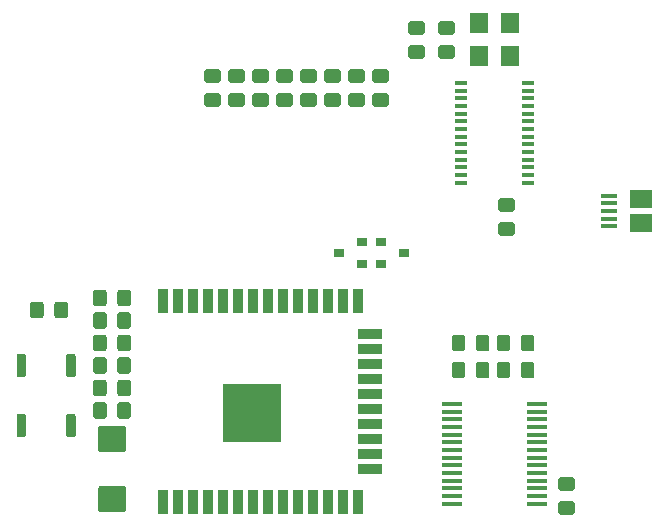
<source format=gbr>
G04 #@! TF.GenerationSoftware,KiCad,Pcbnew,5.1.5+dfsg1-2build2*
G04 #@! TF.CreationDate,2020-08-16T16:05:30+10:00*
G04 #@! TF.ProjectId,sid-board-v3,7369642d-626f-4617-9264-2d76332e6b69,rev?*
G04 #@! TF.SameCoordinates,Original*
G04 #@! TF.FileFunction,Paste,Top*
G04 #@! TF.FilePolarity,Positive*
%FSLAX46Y46*%
G04 Gerber Fmt 4.6, Leading zero omitted, Abs format (unit mm)*
G04 Created by KiCad (PCBNEW 5.1.5+dfsg1-2build2) date 2020-08-16 16:05:30*
%MOMM*%
%LPD*%
G04 APERTURE LIST*
%ADD10C,0.100000*%
%ADD11R,1.900000X1.500000*%
%ADD12R,1.350000X0.400000*%
%ADD13R,0.900000X0.800000*%
%ADD14R,0.900000X2.000000*%
%ADD15R,2.000000X0.900000*%
%ADD16R,5.000000X5.000000*%
%ADD17R,1.100000X0.400000*%
%ADD18R,1.750000X0.450000*%
%ADD19R,1.540000X1.800000*%
G04 APERTURE END LIST*
D10*
G36*
X125943505Y-103695204D02*
G01*
X125967773Y-103698804D01*
X125991572Y-103704765D01*
X126014671Y-103713030D01*
X126036850Y-103723520D01*
X126057893Y-103736132D01*
X126077599Y-103750747D01*
X126095777Y-103767223D01*
X126112253Y-103785401D01*
X126126868Y-103805107D01*
X126139480Y-103826150D01*
X126149970Y-103848329D01*
X126158235Y-103871428D01*
X126164196Y-103895227D01*
X126167796Y-103919495D01*
X126169000Y-103943999D01*
X126169000Y-104844001D01*
X126167796Y-104868505D01*
X126164196Y-104892773D01*
X126158235Y-104916572D01*
X126149970Y-104939671D01*
X126139480Y-104961850D01*
X126126868Y-104982893D01*
X126112253Y-105002599D01*
X126095777Y-105020777D01*
X126077599Y-105037253D01*
X126057893Y-105051868D01*
X126036850Y-105064480D01*
X126014671Y-105074970D01*
X125991572Y-105083235D01*
X125967773Y-105089196D01*
X125943505Y-105092796D01*
X125919001Y-105094000D01*
X125268999Y-105094000D01*
X125244495Y-105092796D01*
X125220227Y-105089196D01*
X125196428Y-105083235D01*
X125173329Y-105074970D01*
X125151150Y-105064480D01*
X125130107Y-105051868D01*
X125110401Y-105037253D01*
X125092223Y-105020777D01*
X125075747Y-105002599D01*
X125061132Y-104982893D01*
X125048520Y-104961850D01*
X125038030Y-104939671D01*
X125029765Y-104916572D01*
X125023804Y-104892773D01*
X125020204Y-104868505D01*
X125019000Y-104844001D01*
X125019000Y-103943999D01*
X125020204Y-103919495D01*
X125023804Y-103895227D01*
X125029765Y-103871428D01*
X125038030Y-103848329D01*
X125048520Y-103826150D01*
X125061132Y-103805107D01*
X125075747Y-103785401D01*
X125092223Y-103767223D01*
X125110401Y-103750747D01*
X125130107Y-103736132D01*
X125151150Y-103723520D01*
X125173329Y-103713030D01*
X125196428Y-103704765D01*
X125220227Y-103698804D01*
X125244495Y-103695204D01*
X125268999Y-103694000D01*
X125919001Y-103694000D01*
X125943505Y-103695204D01*
G37*
G36*
X127993505Y-103695204D02*
G01*
X128017773Y-103698804D01*
X128041572Y-103704765D01*
X128064671Y-103713030D01*
X128086850Y-103723520D01*
X128107893Y-103736132D01*
X128127599Y-103750747D01*
X128145777Y-103767223D01*
X128162253Y-103785401D01*
X128176868Y-103805107D01*
X128189480Y-103826150D01*
X128199970Y-103848329D01*
X128208235Y-103871428D01*
X128214196Y-103895227D01*
X128217796Y-103919495D01*
X128219000Y-103943999D01*
X128219000Y-104844001D01*
X128217796Y-104868505D01*
X128214196Y-104892773D01*
X128208235Y-104916572D01*
X128199970Y-104939671D01*
X128189480Y-104961850D01*
X128176868Y-104982893D01*
X128162253Y-105002599D01*
X128145777Y-105020777D01*
X128127599Y-105037253D01*
X128107893Y-105051868D01*
X128086850Y-105064480D01*
X128064671Y-105074970D01*
X128041572Y-105083235D01*
X128017773Y-105089196D01*
X127993505Y-105092796D01*
X127969001Y-105094000D01*
X127318999Y-105094000D01*
X127294495Y-105092796D01*
X127270227Y-105089196D01*
X127246428Y-105083235D01*
X127223329Y-105074970D01*
X127201150Y-105064480D01*
X127180107Y-105051868D01*
X127160401Y-105037253D01*
X127142223Y-105020777D01*
X127125747Y-105002599D01*
X127111132Y-104982893D01*
X127098520Y-104961850D01*
X127088030Y-104939671D01*
X127079765Y-104916572D01*
X127073804Y-104892773D01*
X127070204Y-104868505D01*
X127069000Y-104844001D01*
X127069000Y-103943999D01*
X127070204Y-103919495D01*
X127073804Y-103895227D01*
X127079765Y-103871428D01*
X127088030Y-103848329D01*
X127098520Y-103826150D01*
X127111132Y-103805107D01*
X127125747Y-103785401D01*
X127142223Y-103767223D01*
X127160401Y-103750747D01*
X127180107Y-103736132D01*
X127201150Y-103723520D01*
X127223329Y-103713030D01*
X127246428Y-103704765D01*
X127270227Y-103698804D01*
X127294495Y-103695204D01*
X127318999Y-103694000D01*
X127969001Y-103694000D01*
X127993505Y-103695204D01*
G37*
G36*
X155414505Y-79191204D02*
G01*
X155438773Y-79194804D01*
X155462572Y-79200765D01*
X155485671Y-79209030D01*
X155507850Y-79219520D01*
X155528893Y-79232132D01*
X155548599Y-79246747D01*
X155566777Y-79263223D01*
X155583253Y-79281401D01*
X155597868Y-79301107D01*
X155610480Y-79322150D01*
X155620970Y-79344329D01*
X155629235Y-79367428D01*
X155635196Y-79391227D01*
X155638796Y-79415495D01*
X155640000Y-79439999D01*
X155640000Y-80090001D01*
X155638796Y-80114505D01*
X155635196Y-80138773D01*
X155629235Y-80162572D01*
X155620970Y-80185671D01*
X155610480Y-80207850D01*
X155597868Y-80228893D01*
X155583253Y-80248599D01*
X155566777Y-80266777D01*
X155548599Y-80283253D01*
X155528893Y-80297868D01*
X155507850Y-80310480D01*
X155485671Y-80320970D01*
X155462572Y-80329235D01*
X155438773Y-80335196D01*
X155414505Y-80338796D01*
X155390001Y-80340000D01*
X154489999Y-80340000D01*
X154465495Y-80338796D01*
X154441227Y-80335196D01*
X154417428Y-80329235D01*
X154394329Y-80320970D01*
X154372150Y-80310480D01*
X154351107Y-80297868D01*
X154331401Y-80283253D01*
X154313223Y-80266777D01*
X154296747Y-80248599D01*
X154282132Y-80228893D01*
X154269520Y-80207850D01*
X154259030Y-80185671D01*
X154250765Y-80162572D01*
X154244804Y-80138773D01*
X154241204Y-80114505D01*
X154240000Y-80090001D01*
X154240000Y-79439999D01*
X154241204Y-79415495D01*
X154244804Y-79391227D01*
X154250765Y-79367428D01*
X154259030Y-79344329D01*
X154269520Y-79322150D01*
X154282132Y-79301107D01*
X154296747Y-79281401D01*
X154313223Y-79263223D01*
X154331401Y-79246747D01*
X154351107Y-79232132D01*
X154372150Y-79219520D01*
X154394329Y-79209030D01*
X154417428Y-79200765D01*
X154441227Y-79194804D01*
X154465495Y-79191204D01*
X154489999Y-79190000D01*
X155390001Y-79190000D01*
X155414505Y-79191204D01*
G37*
G36*
X155414505Y-77141204D02*
G01*
X155438773Y-77144804D01*
X155462572Y-77150765D01*
X155485671Y-77159030D01*
X155507850Y-77169520D01*
X155528893Y-77182132D01*
X155548599Y-77196747D01*
X155566777Y-77213223D01*
X155583253Y-77231401D01*
X155597868Y-77251107D01*
X155610480Y-77272150D01*
X155620970Y-77294329D01*
X155629235Y-77317428D01*
X155635196Y-77341227D01*
X155638796Y-77365495D01*
X155640000Y-77389999D01*
X155640000Y-78040001D01*
X155638796Y-78064505D01*
X155635196Y-78088773D01*
X155629235Y-78112572D01*
X155620970Y-78135671D01*
X155610480Y-78157850D01*
X155597868Y-78178893D01*
X155583253Y-78198599D01*
X155566777Y-78216777D01*
X155548599Y-78233253D01*
X155528893Y-78247868D01*
X155507850Y-78260480D01*
X155485671Y-78270970D01*
X155462572Y-78279235D01*
X155438773Y-78285196D01*
X155414505Y-78288796D01*
X155390001Y-78290000D01*
X154489999Y-78290000D01*
X154465495Y-78288796D01*
X154441227Y-78285196D01*
X154417428Y-78279235D01*
X154394329Y-78270970D01*
X154372150Y-78260480D01*
X154351107Y-78247868D01*
X154331401Y-78233253D01*
X154313223Y-78216777D01*
X154296747Y-78198599D01*
X154282132Y-78178893D01*
X154269520Y-78157850D01*
X154259030Y-78135671D01*
X154250765Y-78112572D01*
X154244804Y-78088773D01*
X154241204Y-78064505D01*
X154240000Y-78040001D01*
X154240000Y-77389999D01*
X154241204Y-77365495D01*
X154244804Y-77341227D01*
X154250765Y-77317428D01*
X154259030Y-77294329D01*
X154269520Y-77272150D01*
X154282132Y-77251107D01*
X154296747Y-77231401D01*
X154313223Y-77213223D01*
X154331401Y-77196747D01*
X154351107Y-77182132D01*
X154372150Y-77169520D01*
X154394329Y-77159030D01*
X154417428Y-77150765D01*
X154441227Y-77144804D01*
X154465495Y-77141204D01*
X154489999Y-77140000D01*
X155390001Y-77140000D01*
X155414505Y-77141204D01*
G37*
G36*
X127993505Y-99885204D02*
G01*
X128017773Y-99888804D01*
X128041572Y-99894765D01*
X128064671Y-99903030D01*
X128086850Y-99913520D01*
X128107893Y-99926132D01*
X128127599Y-99940747D01*
X128145777Y-99957223D01*
X128162253Y-99975401D01*
X128176868Y-99995107D01*
X128189480Y-100016150D01*
X128199970Y-100038329D01*
X128208235Y-100061428D01*
X128214196Y-100085227D01*
X128217796Y-100109495D01*
X128219000Y-100133999D01*
X128219000Y-101034001D01*
X128217796Y-101058505D01*
X128214196Y-101082773D01*
X128208235Y-101106572D01*
X128199970Y-101129671D01*
X128189480Y-101151850D01*
X128176868Y-101172893D01*
X128162253Y-101192599D01*
X128145777Y-101210777D01*
X128127599Y-101227253D01*
X128107893Y-101241868D01*
X128086850Y-101254480D01*
X128064671Y-101264970D01*
X128041572Y-101273235D01*
X128017773Y-101279196D01*
X127993505Y-101282796D01*
X127969001Y-101284000D01*
X127318999Y-101284000D01*
X127294495Y-101282796D01*
X127270227Y-101279196D01*
X127246428Y-101273235D01*
X127223329Y-101264970D01*
X127201150Y-101254480D01*
X127180107Y-101241868D01*
X127160401Y-101227253D01*
X127142223Y-101210777D01*
X127125747Y-101192599D01*
X127111132Y-101172893D01*
X127098520Y-101151850D01*
X127088030Y-101129671D01*
X127079765Y-101106572D01*
X127073804Y-101082773D01*
X127070204Y-101058505D01*
X127069000Y-101034001D01*
X127069000Y-100133999D01*
X127070204Y-100109495D01*
X127073804Y-100085227D01*
X127079765Y-100061428D01*
X127088030Y-100038329D01*
X127098520Y-100016150D01*
X127111132Y-99995107D01*
X127125747Y-99975401D01*
X127142223Y-99957223D01*
X127160401Y-99940747D01*
X127180107Y-99926132D01*
X127201150Y-99913520D01*
X127223329Y-99903030D01*
X127246428Y-99894765D01*
X127270227Y-99888804D01*
X127294495Y-99885204D01*
X127318999Y-99884000D01*
X127969001Y-99884000D01*
X127993505Y-99885204D01*
G37*
G36*
X125943505Y-99885204D02*
G01*
X125967773Y-99888804D01*
X125991572Y-99894765D01*
X126014671Y-99903030D01*
X126036850Y-99913520D01*
X126057893Y-99926132D01*
X126077599Y-99940747D01*
X126095777Y-99957223D01*
X126112253Y-99975401D01*
X126126868Y-99995107D01*
X126139480Y-100016150D01*
X126149970Y-100038329D01*
X126158235Y-100061428D01*
X126164196Y-100085227D01*
X126167796Y-100109495D01*
X126169000Y-100133999D01*
X126169000Y-101034001D01*
X126167796Y-101058505D01*
X126164196Y-101082773D01*
X126158235Y-101106572D01*
X126149970Y-101129671D01*
X126139480Y-101151850D01*
X126126868Y-101172893D01*
X126112253Y-101192599D01*
X126095777Y-101210777D01*
X126077599Y-101227253D01*
X126057893Y-101241868D01*
X126036850Y-101254480D01*
X126014671Y-101264970D01*
X125991572Y-101273235D01*
X125967773Y-101279196D01*
X125943505Y-101282796D01*
X125919001Y-101284000D01*
X125268999Y-101284000D01*
X125244495Y-101282796D01*
X125220227Y-101279196D01*
X125196428Y-101273235D01*
X125173329Y-101264970D01*
X125151150Y-101254480D01*
X125130107Y-101241868D01*
X125110401Y-101227253D01*
X125092223Y-101210777D01*
X125075747Y-101192599D01*
X125061132Y-101172893D01*
X125048520Y-101151850D01*
X125038030Y-101129671D01*
X125029765Y-101106572D01*
X125023804Y-101082773D01*
X125020204Y-101058505D01*
X125019000Y-101034001D01*
X125019000Y-100133999D01*
X125020204Y-100109495D01*
X125023804Y-100085227D01*
X125029765Y-100061428D01*
X125038030Y-100038329D01*
X125048520Y-100016150D01*
X125061132Y-99995107D01*
X125075747Y-99975401D01*
X125092223Y-99957223D01*
X125110401Y-99940747D01*
X125130107Y-99926132D01*
X125151150Y-99913520D01*
X125173329Y-99903030D01*
X125196428Y-99894765D01*
X125220227Y-99888804D01*
X125244495Y-99885204D01*
X125268999Y-99884000D01*
X125919001Y-99884000D01*
X125943505Y-99885204D01*
G37*
G36*
X149826505Y-83255204D02*
G01*
X149850773Y-83258804D01*
X149874572Y-83264765D01*
X149897671Y-83273030D01*
X149919850Y-83283520D01*
X149940893Y-83296132D01*
X149960599Y-83310747D01*
X149978777Y-83327223D01*
X149995253Y-83345401D01*
X150009868Y-83365107D01*
X150022480Y-83386150D01*
X150032970Y-83408329D01*
X150041235Y-83431428D01*
X150047196Y-83455227D01*
X150050796Y-83479495D01*
X150052000Y-83503999D01*
X150052000Y-84154001D01*
X150050796Y-84178505D01*
X150047196Y-84202773D01*
X150041235Y-84226572D01*
X150032970Y-84249671D01*
X150022480Y-84271850D01*
X150009868Y-84292893D01*
X149995253Y-84312599D01*
X149978777Y-84330777D01*
X149960599Y-84347253D01*
X149940893Y-84361868D01*
X149919850Y-84374480D01*
X149897671Y-84384970D01*
X149874572Y-84393235D01*
X149850773Y-84399196D01*
X149826505Y-84402796D01*
X149802001Y-84404000D01*
X148901999Y-84404000D01*
X148877495Y-84402796D01*
X148853227Y-84399196D01*
X148829428Y-84393235D01*
X148806329Y-84384970D01*
X148784150Y-84374480D01*
X148763107Y-84361868D01*
X148743401Y-84347253D01*
X148725223Y-84330777D01*
X148708747Y-84312599D01*
X148694132Y-84292893D01*
X148681520Y-84271850D01*
X148671030Y-84249671D01*
X148662765Y-84226572D01*
X148656804Y-84202773D01*
X148653204Y-84178505D01*
X148652000Y-84154001D01*
X148652000Y-83503999D01*
X148653204Y-83479495D01*
X148656804Y-83455227D01*
X148662765Y-83431428D01*
X148671030Y-83408329D01*
X148681520Y-83386150D01*
X148694132Y-83365107D01*
X148708747Y-83345401D01*
X148725223Y-83327223D01*
X148743401Y-83310747D01*
X148763107Y-83296132D01*
X148784150Y-83283520D01*
X148806329Y-83273030D01*
X148829428Y-83264765D01*
X148853227Y-83258804D01*
X148877495Y-83255204D01*
X148901999Y-83254000D01*
X149802001Y-83254000D01*
X149826505Y-83255204D01*
G37*
G36*
X149826505Y-81205204D02*
G01*
X149850773Y-81208804D01*
X149874572Y-81214765D01*
X149897671Y-81223030D01*
X149919850Y-81233520D01*
X149940893Y-81246132D01*
X149960599Y-81260747D01*
X149978777Y-81277223D01*
X149995253Y-81295401D01*
X150009868Y-81315107D01*
X150022480Y-81336150D01*
X150032970Y-81358329D01*
X150041235Y-81381428D01*
X150047196Y-81405227D01*
X150050796Y-81429495D01*
X150052000Y-81453999D01*
X150052000Y-82104001D01*
X150050796Y-82128505D01*
X150047196Y-82152773D01*
X150041235Y-82176572D01*
X150032970Y-82199671D01*
X150022480Y-82221850D01*
X150009868Y-82242893D01*
X149995253Y-82262599D01*
X149978777Y-82280777D01*
X149960599Y-82297253D01*
X149940893Y-82311868D01*
X149919850Y-82324480D01*
X149897671Y-82334970D01*
X149874572Y-82343235D01*
X149850773Y-82349196D01*
X149826505Y-82352796D01*
X149802001Y-82354000D01*
X148901999Y-82354000D01*
X148877495Y-82352796D01*
X148853227Y-82349196D01*
X148829428Y-82343235D01*
X148806329Y-82334970D01*
X148784150Y-82324480D01*
X148763107Y-82311868D01*
X148743401Y-82297253D01*
X148725223Y-82280777D01*
X148708747Y-82262599D01*
X148694132Y-82242893D01*
X148681520Y-82221850D01*
X148671030Y-82199671D01*
X148662765Y-82176572D01*
X148656804Y-82152773D01*
X148653204Y-82128505D01*
X148652000Y-82104001D01*
X148652000Y-81453999D01*
X148653204Y-81429495D01*
X148656804Y-81405227D01*
X148662765Y-81381428D01*
X148671030Y-81358329D01*
X148681520Y-81336150D01*
X148694132Y-81315107D01*
X148708747Y-81295401D01*
X148725223Y-81277223D01*
X148743401Y-81260747D01*
X148763107Y-81246132D01*
X148784150Y-81233520D01*
X148806329Y-81223030D01*
X148829428Y-81214765D01*
X148853227Y-81208804D01*
X148877495Y-81205204D01*
X148901999Y-81204000D01*
X149802001Y-81204000D01*
X149826505Y-81205204D01*
G37*
G36*
X120609505Y-100901204D02*
G01*
X120633773Y-100904804D01*
X120657572Y-100910765D01*
X120680671Y-100919030D01*
X120702850Y-100929520D01*
X120723893Y-100942132D01*
X120743599Y-100956747D01*
X120761777Y-100973223D01*
X120778253Y-100991401D01*
X120792868Y-101011107D01*
X120805480Y-101032150D01*
X120815970Y-101054329D01*
X120824235Y-101077428D01*
X120830196Y-101101227D01*
X120833796Y-101125495D01*
X120835000Y-101149999D01*
X120835000Y-102050001D01*
X120833796Y-102074505D01*
X120830196Y-102098773D01*
X120824235Y-102122572D01*
X120815970Y-102145671D01*
X120805480Y-102167850D01*
X120792868Y-102188893D01*
X120778253Y-102208599D01*
X120761777Y-102226777D01*
X120743599Y-102243253D01*
X120723893Y-102257868D01*
X120702850Y-102270480D01*
X120680671Y-102280970D01*
X120657572Y-102289235D01*
X120633773Y-102295196D01*
X120609505Y-102298796D01*
X120585001Y-102300000D01*
X119934999Y-102300000D01*
X119910495Y-102298796D01*
X119886227Y-102295196D01*
X119862428Y-102289235D01*
X119839329Y-102280970D01*
X119817150Y-102270480D01*
X119796107Y-102257868D01*
X119776401Y-102243253D01*
X119758223Y-102226777D01*
X119741747Y-102208599D01*
X119727132Y-102188893D01*
X119714520Y-102167850D01*
X119704030Y-102145671D01*
X119695765Y-102122572D01*
X119689804Y-102098773D01*
X119686204Y-102074505D01*
X119685000Y-102050001D01*
X119685000Y-101149999D01*
X119686204Y-101125495D01*
X119689804Y-101101227D01*
X119695765Y-101077428D01*
X119704030Y-101054329D01*
X119714520Y-101032150D01*
X119727132Y-101011107D01*
X119741747Y-100991401D01*
X119758223Y-100973223D01*
X119776401Y-100956747D01*
X119796107Y-100942132D01*
X119817150Y-100929520D01*
X119839329Y-100919030D01*
X119862428Y-100910765D01*
X119886227Y-100904804D01*
X119910495Y-100901204D01*
X119934999Y-100900000D01*
X120585001Y-100900000D01*
X120609505Y-100901204D01*
G37*
G36*
X122659505Y-100901204D02*
G01*
X122683773Y-100904804D01*
X122707572Y-100910765D01*
X122730671Y-100919030D01*
X122752850Y-100929520D01*
X122773893Y-100942132D01*
X122793599Y-100956747D01*
X122811777Y-100973223D01*
X122828253Y-100991401D01*
X122842868Y-101011107D01*
X122855480Y-101032150D01*
X122865970Y-101054329D01*
X122874235Y-101077428D01*
X122880196Y-101101227D01*
X122883796Y-101125495D01*
X122885000Y-101149999D01*
X122885000Y-102050001D01*
X122883796Y-102074505D01*
X122880196Y-102098773D01*
X122874235Y-102122572D01*
X122865970Y-102145671D01*
X122855480Y-102167850D01*
X122842868Y-102188893D01*
X122828253Y-102208599D01*
X122811777Y-102226777D01*
X122793599Y-102243253D01*
X122773893Y-102257868D01*
X122752850Y-102270480D01*
X122730671Y-102280970D01*
X122707572Y-102289235D01*
X122683773Y-102295196D01*
X122659505Y-102298796D01*
X122635001Y-102300000D01*
X121984999Y-102300000D01*
X121960495Y-102298796D01*
X121936227Y-102295196D01*
X121912428Y-102289235D01*
X121889329Y-102280970D01*
X121867150Y-102270480D01*
X121846107Y-102257868D01*
X121826401Y-102243253D01*
X121808223Y-102226777D01*
X121791747Y-102208599D01*
X121777132Y-102188893D01*
X121764520Y-102167850D01*
X121754030Y-102145671D01*
X121745765Y-102122572D01*
X121739804Y-102098773D01*
X121736204Y-102074505D01*
X121735000Y-102050001D01*
X121735000Y-101149999D01*
X121736204Y-101125495D01*
X121739804Y-101101227D01*
X121745765Y-101077428D01*
X121754030Y-101054329D01*
X121764520Y-101032150D01*
X121777132Y-101011107D01*
X121791747Y-100991401D01*
X121808223Y-100973223D01*
X121826401Y-100956747D01*
X121846107Y-100942132D01*
X121867150Y-100929520D01*
X121889329Y-100919030D01*
X121912428Y-100910765D01*
X121936227Y-100904804D01*
X121960495Y-100901204D01*
X121984999Y-100900000D01*
X122635001Y-100900000D01*
X122659505Y-100901204D01*
G37*
G36*
X135602505Y-83255204D02*
G01*
X135626773Y-83258804D01*
X135650572Y-83264765D01*
X135673671Y-83273030D01*
X135695850Y-83283520D01*
X135716893Y-83296132D01*
X135736599Y-83310747D01*
X135754777Y-83327223D01*
X135771253Y-83345401D01*
X135785868Y-83365107D01*
X135798480Y-83386150D01*
X135808970Y-83408329D01*
X135817235Y-83431428D01*
X135823196Y-83455227D01*
X135826796Y-83479495D01*
X135828000Y-83503999D01*
X135828000Y-84154001D01*
X135826796Y-84178505D01*
X135823196Y-84202773D01*
X135817235Y-84226572D01*
X135808970Y-84249671D01*
X135798480Y-84271850D01*
X135785868Y-84292893D01*
X135771253Y-84312599D01*
X135754777Y-84330777D01*
X135736599Y-84347253D01*
X135716893Y-84361868D01*
X135695850Y-84374480D01*
X135673671Y-84384970D01*
X135650572Y-84393235D01*
X135626773Y-84399196D01*
X135602505Y-84402796D01*
X135578001Y-84404000D01*
X134677999Y-84404000D01*
X134653495Y-84402796D01*
X134629227Y-84399196D01*
X134605428Y-84393235D01*
X134582329Y-84384970D01*
X134560150Y-84374480D01*
X134539107Y-84361868D01*
X134519401Y-84347253D01*
X134501223Y-84330777D01*
X134484747Y-84312599D01*
X134470132Y-84292893D01*
X134457520Y-84271850D01*
X134447030Y-84249671D01*
X134438765Y-84226572D01*
X134432804Y-84202773D01*
X134429204Y-84178505D01*
X134428000Y-84154001D01*
X134428000Y-83503999D01*
X134429204Y-83479495D01*
X134432804Y-83455227D01*
X134438765Y-83431428D01*
X134447030Y-83408329D01*
X134457520Y-83386150D01*
X134470132Y-83365107D01*
X134484747Y-83345401D01*
X134501223Y-83327223D01*
X134519401Y-83310747D01*
X134539107Y-83296132D01*
X134560150Y-83283520D01*
X134582329Y-83273030D01*
X134605428Y-83264765D01*
X134629227Y-83258804D01*
X134653495Y-83255204D01*
X134677999Y-83254000D01*
X135578001Y-83254000D01*
X135602505Y-83255204D01*
G37*
G36*
X135602505Y-81205204D02*
G01*
X135626773Y-81208804D01*
X135650572Y-81214765D01*
X135673671Y-81223030D01*
X135695850Y-81233520D01*
X135716893Y-81246132D01*
X135736599Y-81260747D01*
X135754777Y-81277223D01*
X135771253Y-81295401D01*
X135785868Y-81315107D01*
X135798480Y-81336150D01*
X135808970Y-81358329D01*
X135817235Y-81381428D01*
X135823196Y-81405227D01*
X135826796Y-81429495D01*
X135828000Y-81453999D01*
X135828000Y-82104001D01*
X135826796Y-82128505D01*
X135823196Y-82152773D01*
X135817235Y-82176572D01*
X135808970Y-82199671D01*
X135798480Y-82221850D01*
X135785868Y-82242893D01*
X135771253Y-82262599D01*
X135754777Y-82280777D01*
X135736599Y-82297253D01*
X135716893Y-82311868D01*
X135695850Y-82324480D01*
X135673671Y-82334970D01*
X135650572Y-82343235D01*
X135626773Y-82349196D01*
X135602505Y-82352796D01*
X135578001Y-82354000D01*
X134677999Y-82354000D01*
X134653495Y-82352796D01*
X134629227Y-82349196D01*
X134605428Y-82343235D01*
X134582329Y-82334970D01*
X134560150Y-82324480D01*
X134539107Y-82311868D01*
X134519401Y-82297253D01*
X134501223Y-82280777D01*
X134484747Y-82262599D01*
X134470132Y-82242893D01*
X134457520Y-82221850D01*
X134447030Y-82199671D01*
X134438765Y-82176572D01*
X134432804Y-82152773D01*
X134429204Y-82128505D01*
X134428000Y-82104001D01*
X134428000Y-81453999D01*
X134429204Y-81429495D01*
X134432804Y-81405227D01*
X134438765Y-81381428D01*
X134447030Y-81358329D01*
X134457520Y-81336150D01*
X134470132Y-81315107D01*
X134484747Y-81295401D01*
X134501223Y-81277223D01*
X134519401Y-81260747D01*
X134539107Y-81246132D01*
X134560150Y-81233520D01*
X134582329Y-81223030D01*
X134605428Y-81214765D01*
X134629227Y-81208804D01*
X134653495Y-81205204D01*
X134677999Y-81204000D01*
X135578001Y-81204000D01*
X135602505Y-81205204D01*
G37*
D11*
X171417500Y-94218000D03*
D12*
X168717500Y-93218000D03*
X168717500Y-92568000D03*
X168717500Y-91918000D03*
X168717500Y-94518000D03*
X168717500Y-93868000D03*
D11*
X171417500Y-92218000D03*
D10*
G36*
X137634505Y-81205204D02*
G01*
X137658773Y-81208804D01*
X137682572Y-81214765D01*
X137705671Y-81223030D01*
X137727850Y-81233520D01*
X137748893Y-81246132D01*
X137768599Y-81260747D01*
X137786777Y-81277223D01*
X137803253Y-81295401D01*
X137817868Y-81315107D01*
X137830480Y-81336150D01*
X137840970Y-81358329D01*
X137849235Y-81381428D01*
X137855196Y-81405227D01*
X137858796Y-81429495D01*
X137860000Y-81453999D01*
X137860000Y-82104001D01*
X137858796Y-82128505D01*
X137855196Y-82152773D01*
X137849235Y-82176572D01*
X137840970Y-82199671D01*
X137830480Y-82221850D01*
X137817868Y-82242893D01*
X137803253Y-82262599D01*
X137786777Y-82280777D01*
X137768599Y-82297253D01*
X137748893Y-82311868D01*
X137727850Y-82324480D01*
X137705671Y-82334970D01*
X137682572Y-82343235D01*
X137658773Y-82349196D01*
X137634505Y-82352796D01*
X137610001Y-82354000D01*
X136709999Y-82354000D01*
X136685495Y-82352796D01*
X136661227Y-82349196D01*
X136637428Y-82343235D01*
X136614329Y-82334970D01*
X136592150Y-82324480D01*
X136571107Y-82311868D01*
X136551401Y-82297253D01*
X136533223Y-82280777D01*
X136516747Y-82262599D01*
X136502132Y-82242893D01*
X136489520Y-82221850D01*
X136479030Y-82199671D01*
X136470765Y-82176572D01*
X136464804Y-82152773D01*
X136461204Y-82128505D01*
X136460000Y-82104001D01*
X136460000Y-81453999D01*
X136461204Y-81429495D01*
X136464804Y-81405227D01*
X136470765Y-81381428D01*
X136479030Y-81358329D01*
X136489520Y-81336150D01*
X136502132Y-81315107D01*
X136516747Y-81295401D01*
X136533223Y-81277223D01*
X136551401Y-81260747D01*
X136571107Y-81246132D01*
X136592150Y-81233520D01*
X136614329Y-81223030D01*
X136637428Y-81214765D01*
X136661227Y-81208804D01*
X136685495Y-81205204D01*
X136709999Y-81204000D01*
X137610001Y-81204000D01*
X137634505Y-81205204D01*
G37*
G36*
X137634505Y-83255204D02*
G01*
X137658773Y-83258804D01*
X137682572Y-83264765D01*
X137705671Y-83273030D01*
X137727850Y-83283520D01*
X137748893Y-83296132D01*
X137768599Y-83310747D01*
X137786777Y-83327223D01*
X137803253Y-83345401D01*
X137817868Y-83365107D01*
X137830480Y-83386150D01*
X137840970Y-83408329D01*
X137849235Y-83431428D01*
X137855196Y-83455227D01*
X137858796Y-83479495D01*
X137860000Y-83503999D01*
X137860000Y-84154001D01*
X137858796Y-84178505D01*
X137855196Y-84202773D01*
X137849235Y-84226572D01*
X137840970Y-84249671D01*
X137830480Y-84271850D01*
X137817868Y-84292893D01*
X137803253Y-84312599D01*
X137786777Y-84330777D01*
X137768599Y-84347253D01*
X137748893Y-84361868D01*
X137727850Y-84374480D01*
X137705671Y-84384970D01*
X137682572Y-84393235D01*
X137658773Y-84399196D01*
X137634505Y-84402796D01*
X137610001Y-84404000D01*
X136709999Y-84404000D01*
X136685495Y-84402796D01*
X136661227Y-84399196D01*
X136637428Y-84393235D01*
X136614329Y-84384970D01*
X136592150Y-84374480D01*
X136571107Y-84361868D01*
X136551401Y-84347253D01*
X136533223Y-84330777D01*
X136516747Y-84312599D01*
X136502132Y-84292893D01*
X136489520Y-84271850D01*
X136479030Y-84249671D01*
X136470765Y-84226572D01*
X136464804Y-84202773D01*
X136461204Y-84178505D01*
X136460000Y-84154001D01*
X136460000Y-83503999D01*
X136461204Y-83479495D01*
X136464804Y-83455227D01*
X136470765Y-83431428D01*
X136479030Y-83408329D01*
X136489520Y-83386150D01*
X136502132Y-83365107D01*
X136516747Y-83345401D01*
X136533223Y-83327223D01*
X136551401Y-83310747D01*
X136571107Y-83296132D01*
X136592150Y-83283520D01*
X136614329Y-83273030D01*
X136637428Y-83264765D01*
X136661227Y-83258804D01*
X136685495Y-83255204D01*
X136709999Y-83254000D01*
X137610001Y-83254000D01*
X137634505Y-83255204D01*
G37*
D13*
X151368000Y-96774000D03*
X149368000Y-97724000D03*
X149368000Y-95824000D03*
X147812000Y-97724000D03*
X147812000Y-95824000D03*
X145812000Y-96774000D03*
D10*
G36*
X127993505Y-107505204D02*
G01*
X128017773Y-107508804D01*
X128041572Y-107514765D01*
X128064671Y-107523030D01*
X128086850Y-107533520D01*
X128107893Y-107546132D01*
X128127599Y-107560747D01*
X128145777Y-107577223D01*
X128162253Y-107595401D01*
X128176868Y-107615107D01*
X128189480Y-107636150D01*
X128199970Y-107658329D01*
X128208235Y-107681428D01*
X128214196Y-107705227D01*
X128217796Y-107729495D01*
X128219000Y-107753999D01*
X128219000Y-108654001D01*
X128217796Y-108678505D01*
X128214196Y-108702773D01*
X128208235Y-108726572D01*
X128199970Y-108749671D01*
X128189480Y-108771850D01*
X128176868Y-108792893D01*
X128162253Y-108812599D01*
X128145777Y-108830777D01*
X128127599Y-108847253D01*
X128107893Y-108861868D01*
X128086850Y-108874480D01*
X128064671Y-108884970D01*
X128041572Y-108893235D01*
X128017773Y-108899196D01*
X127993505Y-108902796D01*
X127969001Y-108904000D01*
X127318999Y-108904000D01*
X127294495Y-108902796D01*
X127270227Y-108899196D01*
X127246428Y-108893235D01*
X127223329Y-108884970D01*
X127201150Y-108874480D01*
X127180107Y-108861868D01*
X127160401Y-108847253D01*
X127142223Y-108830777D01*
X127125747Y-108812599D01*
X127111132Y-108792893D01*
X127098520Y-108771850D01*
X127088030Y-108749671D01*
X127079765Y-108726572D01*
X127073804Y-108702773D01*
X127070204Y-108678505D01*
X127069000Y-108654001D01*
X127069000Y-107753999D01*
X127070204Y-107729495D01*
X127073804Y-107705227D01*
X127079765Y-107681428D01*
X127088030Y-107658329D01*
X127098520Y-107636150D01*
X127111132Y-107615107D01*
X127125747Y-107595401D01*
X127142223Y-107577223D01*
X127160401Y-107560747D01*
X127180107Y-107546132D01*
X127201150Y-107533520D01*
X127223329Y-107523030D01*
X127246428Y-107514765D01*
X127270227Y-107508804D01*
X127294495Y-107505204D01*
X127318999Y-107504000D01*
X127969001Y-107504000D01*
X127993505Y-107505204D01*
G37*
G36*
X125943505Y-107505204D02*
G01*
X125967773Y-107508804D01*
X125991572Y-107514765D01*
X126014671Y-107523030D01*
X126036850Y-107533520D01*
X126057893Y-107546132D01*
X126077599Y-107560747D01*
X126095777Y-107577223D01*
X126112253Y-107595401D01*
X126126868Y-107615107D01*
X126139480Y-107636150D01*
X126149970Y-107658329D01*
X126158235Y-107681428D01*
X126164196Y-107705227D01*
X126167796Y-107729495D01*
X126169000Y-107753999D01*
X126169000Y-108654001D01*
X126167796Y-108678505D01*
X126164196Y-108702773D01*
X126158235Y-108726572D01*
X126149970Y-108749671D01*
X126139480Y-108771850D01*
X126126868Y-108792893D01*
X126112253Y-108812599D01*
X126095777Y-108830777D01*
X126077599Y-108847253D01*
X126057893Y-108861868D01*
X126036850Y-108874480D01*
X126014671Y-108884970D01*
X125991572Y-108893235D01*
X125967773Y-108899196D01*
X125943505Y-108902796D01*
X125919001Y-108904000D01*
X125268999Y-108904000D01*
X125244495Y-108902796D01*
X125220227Y-108899196D01*
X125196428Y-108893235D01*
X125173329Y-108884970D01*
X125151150Y-108874480D01*
X125130107Y-108861868D01*
X125110401Y-108847253D01*
X125092223Y-108830777D01*
X125075747Y-108812599D01*
X125061132Y-108792893D01*
X125048520Y-108771850D01*
X125038030Y-108749671D01*
X125029765Y-108726572D01*
X125023804Y-108702773D01*
X125020204Y-108678505D01*
X125019000Y-108654001D01*
X125019000Y-107753999D01*
X125020204Y-107729495D01*
X125023804Y-107705227D01*
X125029765Y-107681428D01*
X125038030Y-107658329D01*
X125048520Y-107636150D01*
X125061132Y-107615107D01*
X125075747Y-107595401D01*
X125092223Y-107577223D01*
X125110401Y-107560747D01*
X125130107Y-107546132D01*
X125151150Y-107533520D01*
X125173329Y-107523030D01*
X125196428Y-107514765D01*
X125220227Y-107508804D01*
X125244495Y-107505204D01*
X125268999Y-107504000D01*
X125919001Y-107504000D01*
X125943505Y-107505204D01*
G37*
G36*
X156296505Y-103695204D02*
G01*
X156320773Y-103698804D01*
X156344572Y-103704765D01*
X156367671Y-103713030D01*
X156389850Y-103723520D01*
X156410893Y-103736132D01*
X156430599Y-103750747D01*
X156448777Y-103767223D01*
X156465253Y-103785401D01*
X156479868Y-103805107D01*
X156492480Y-103826150D01*
X156502970Y-103848329D01*
X156511235Y-103871428D01*
X156517196Y-103895227D01*
X156520796Y-103919495D01*
X156522000Y-103943999D01*
X156522000Y-104844001D01*
X156520796Y-104868505D01*
X156517196Y-104892773D01*
X156511235Y-104916572D01*
X156502970Y-104939671D01*
X156492480Y-104961850D01*
X156479868Y-104982893D01*
X156465253Y-105002599D01*
X156448777Y-105020777D01*
X156430599Y-105037253D01*
X156410893Y-105051868D01*
X156389850Y-105064480D01*
X156367671Y-105074970D01*
X156344572Y-105083235D01*
X156320773Y-105089196D01*
X156296505Y-105092796D01*
X156272001Y-105094000D01*
X155621999Y-105094000D01*
X155597495Y-105092796D01*
X155573227Y-105089196D01*
X155549428Y-105083235D01*
X155526329Y-105074970D01*
X155504150Y-105064480D01*
X155483107Y-105051868D01*
X155463401Y-105037253D01*
X155445223Y-105020777D01*
X155428747Y-105002599D01*
X155414132Y-104982893D01*
X155401520Y-104961850D01*
X155391030Y-104939671D01*
X155382765Y-104916572D01*
X155376804Y-104892773D01*
X155373204Y-104868505D01*
X155372000Y-104844001D01*
X155372000Y-103943999D01*
X155373204Y-103919495D01*
X155376804Y-103895227D01*
X155382765Y-103871428D01*
X155391030Y-103848329D01*
X155401520Y-103826150D01*
X155414132Y-103805107D01*
X155428747Y-103785401D01*
X155445223Y-103767223D01*
X155463401Y-103750747D01*
X155483107Y-103736132D01*
X155504150Y-103723520D01*
X155526329Y-103713030D01*
X155549428Y-103704765D01*
X155573227Y-103698804D01*
X155597495Y-103695204D01*
X155621999Y-103694000D01*
X156272001Y-103694000D01*
X156296505Y-103695204D01*
G37*
G36*
X158346505Y-103695204D02*
G01*
X158370773Y-103698804D01*
X158394572Y-103704765D01*
X158417671Y-103713030D01*
X158439850Y-103723520D01*
X158460893Y-103736132D01*
X158480599Y-103750747D01*
X158498777Y-103767223D01*
X158515253Y-103785401D01*
X158529868Y-103805107D01*
X158542480Y-103826150D01*
X158552970Y-103848329D01*
X158561235Y-103871428D01*
X158567196Y-103895227D01*
X158570796Y-103919495D01*
X158572000Y-103943999D01*
X158572000Y-104844001D01*
X158570796Y-104868505D01*
X158567196Y-104892773D01*
X158561235Y-104916572D01*
X158552970Y-104939671D01*
X158542480Y-104961850D01*
X158529868Y-104982893D01*
X158515253Y-105002599D01*
X158498777Y-105020777D01*
X158480599Y-105037253D01*
X158460893Y-105051868D01*
X158439850Y-105064480D01*
X158417671Y-105074970D01*
X158394572Y-105083235D01*
X158370773Y-105089196D01*
X158346505Y-105092796D01*
X158322001Y-105094000D01*
X157671999Y-105094000D01*
X157647495Y-105092796D01*
X157623227Y-105089196D01*
X157599428Y-105083235D01*
X157576329Y-105074970D01*
X157554150Y-105064480D01*
X157533107Y-105051868D01*
X157513401Y-105037253D01*
X157495223Y-105020777D01*
X157478747Y-105002599D01*
X157464132Y-104982893D01*
X157451520Y-104961850D01*
X157441030Y-104939671D01*
X157432765Y-104916572D01*
X157426804Y-104892773D01*
X157423204Y-104868505D01*
X157422000Y-104844001D01*
X157422000Y-103943999D01*
X157423204Y-103919495D01*
X157426804Y-103895227D01*
X157432765Y-103871428D01*
X157441030Y-103848329D01*
X157451520Y-103826150D01*
X157464132Y-103805107D01*
X157478747Y-103785401D01*
X157495223Y-103767223D01*
X157513401Y-103750747D01*
X157533107Y-103736132D01*
X157554150Y-103723520D01*
X157576329Y-103713030D01*
X157599428Y-103704765D01*
X157623227Y-103698804D01*
X157647495Y-103695204D01*
X157671999Y-103694000D01*
X158322001Y-103694000D01*
X158346505Y-103695204D01*
G37*
G36*
X156296505Y-105981204D02*
G01*
X156320773Y-105984804D01*
X156344572Y-105990765D01*
X156367671Y-105999030D01*
X156389850Y-106009520D01*
X156410893Y-106022132D01*
X156430599Y-106036747D01*
X156448777Y-106053223D01*
X156465253Y-106071401D01*
X156479868Y-106091107D01*
X156492480Y-106112150D01*
X156502970Y-106134329D01*
X156511235Y-106157428D01*
X156517196Y-106181227D01*
X156520796Y-106205495D01*
X156522000Y-106229999D01*
X156522000Y-107130001D01*
X156520796Y-107154505D01*
X156517196Y-107178773D01*
X156511235Y-107202572D01*
X156502970Y-107225671D01*
X156492480Y-107247850D01*
X156479868Y-107268893D01*
X156465253Y-107288599D01*
X156448777Y-107306777D01*
X156430599Y-107323253D01*
X156410893Y-107337868D01*
X156389850Y-107350480D01*
X156367671Y-107360970D01*
X156344572Y-107369235D01*
X156320773Y-107375196D01*
X156296505Y-107378796D01*
X156272001Y-107380000D01*
X155621999Y-107380000D01*
X155597495Y-107378796D01*
X155573227Y-107375196D01*
X155549428Y-107369235D01*
X155526329Y-107360970D01*
X155504150Y-107350480D01*
X155483107Y-107337868D01*
X155463401Y-107323253D01*
X155445223Y-107306777D01*
X155428747Y-107288599D01*
X155414132Y-107268893D01*
X155401520Y-107247850D01*
X155391030Y-107225671D01*
X155382765Y-107202572D01*
X155376804Y-107178773D01*
X155373204Y-107154505D01*
X155372000Y-107130001D01*
X155372000Y-106229999D01*
X155373204Y-106205495D01*
X155376804Y-106181227D01*
X155382765Y-106157428D01*
X155391030Y-106134329D01*
X155401520Y-106112150D01*
X155414132Y-106091107D01*
X155428747Y-106071401D01*
X155445223Y-106053223D01*
X155463401Y-106036747D01*
X155483107Y-106022132D01*
X155504150Y-106009520D01*
X155526329Y-105999030D01*
X155549428Y-105990765D01*
X155573227Y-105984804D01*
X155597495Y-105981204D01*
X155621999Y-105980000D01*
X156272001Y-105980000D01*
X156296505Y-105981204D01*
G37*
G36*
X158346505Y-105981204D02*
G01*
X158370773Y-105984804D01*
X158394572Y-105990765D01*
X158417671Y-105999030D01*
X158439850Y-106009520D01*
X158460893Y-106022132D01*
X158480599Y-106036747D01*
X158498777Y-106053223D01*
X158515253Y-106071401D01*
X158529868Y-106091107D01*
X158542480Y-106112150D01*
X158552970Y-106134329D01*
X158561235Y-106157428D01*
X158567196Y-106181227D01*
X158570796Y-106205495D01*
X158572000Y-106229999D01*
X158572000Y-107130001D01*
X158570796Y-107154505D01*
X158567196Y-107178773D01*
X158561235Y-107202572D01*
X158552970Y-107225671D01*
X158542480Y-107247850D01*
X158529868Y-107268893D01*
X158515253Y-107288599D01*
X158498777Y-107306777D01*
X158480599Y-107323253D01*
X158460893Y-107337868D01*
X158439850Y-107350480D01*
X158417671Y-107360970D01*
X158394572Y-107369235D01*
X158370773Y-107375196D01*
X158346505Y-107378796D01*
X158322001Y-107380000D01*
X157671999Y-107380000D01*
X157647495Y-107378796D01*
X157623227Y-107375196D01*
X157599428Y-107369235D01*
X157576329Y-107360970D01*
X157554150Y-107350480D01*
X157533107Y-107337868D01*
X157513401Y-107323253D01*
X157495223Y-107306777D01*
X157478747Y-107288599D01*
X157464132Y-107268893D01*
X157451520Y-107247850D01*
X157441030Y-107225671D01*
X157432765Y-107202572D01*
X157426804Y-107178773D01*
X157423204Y-107154505D01*
X157422000Y-107130001D01*
X157422000Y-106229999D01*
X157423204Y-106205495D01*
X157426804Y-106181227D01*
X157432765Y-106157428D01*
X157441030Y-106134329D01*
X157451520Y-106112150D01*
X157464132Y-106091107D01*
X157478747Y-106071401D01*
X157495223Y-106053223D01*
X157513401Y-106036747D01*
X157533107Y-106022132D01*
X157554150Y-106009520D01*
X157576329Y-105999030D01*
X157599428Y-105990765D01*
X157623227Y-105984804D01*
X157647495Y-105981204D01*
X157671999Y-105980000D01*
X158322001Y-105980000D01*
X158346505Y-105981204D01*
G37*
G36*
X127993505Y-101790204D02*
G01*
X128017773Y-101793804D01*
X128041572Y-101799765D01*
X128064671Y-101808030D01*
X128086850Y-101818520D01*
X128107893Y-101831132D01*
X128127599Y-101845747D01*
X128145777Y-101862223D01*
X128162253Y-101880401D01*
X128176868Y-101900107D01*
X128189480Y-101921150D01*
X128199970Y-101943329D01*
X128208235Y-101966428D01*
X128214196Y-101990227D01*
X128217796Y-102014495D01*
X128219000Y-102038999D01*
X128219000Y-102939001D01*
X128217796Y-102963505D01*
X128214196Y-102987773D01*
X128208235Y-103011572D01*
X128199970Y-103034671D01*
X128189480Y-103056850D01*
X128176868Y-103077893D01*
X128162253Y-103097599D01*
X128145777Y-103115777D01*
X128127599Y-103132253D01*
X128107893Y-103146868D01*
X128086850Y-103159480D01*
X128064671Y-103169970D01*
X128041572Y-103178235D01*
X128017773Y-103184196D01*
X127993505Y-103187796D01*
X127969001Y-103189000D01*
X127318999Y-103189000D01*
X127294495Y-103187796D01*
X127270227Y-103184196D01*
X127246428Y-103178235D01*
X127223329Y-103169970D01*
X127201150Y-103159480D01*
X127180107Y-103146868D01*
X127160401Y-103132253D01*
X127142223Y-103115777D01*
X127125747Y-103097599D01*
X127111132Y-103077893D01*
X127098520Y-103056850D01*
X127088030Y-103034671D01*
X127079765Y-103011572D01*
X127073804Y-102987773D01*
X127070204Y-102963505D01*
X127069000Y-102939001D01*
X127069000Y-102038999D01*
X127070204Y-102014495D01*
X127073804Y-101990227D01*
X127079765Y-101966428D01*
X127088030Y-101943329D01*
X127098520Y-101921150D01*
X127111132Y-101900107D01*
X127125747Y-101880401D01*
X127142223Y-101862223D01*
X127160401Y-101845747D01*
X127180107Y-101831132D01*
X127201150Y-101818520D01*
X127223329Y-101808030D01*
X127246428Y-101799765D01*
X127270227Y-101793804D01*
X127294495Y-101790204D01*
X127318999Y-101789000D01*
X127969001Y-101789000D01*
X127993505Y-101790204D01*
G37*
G36*
X125943505Y-101790204D02*
G01*
X125967773Y-101793804D01*
X125991572Y-101799765D01*
X126014671Y-101808030D01*
X126036850Y-101818520D01*
X126057893Y-101831132D01*
X126077599Y-101845747D01*
X126095777Y-101862223D01*
X126112253Y-101880401D01*
X126126868Y-101900107D01*
X126139480Y-101921150D01*
X126149970Y-101943329D01*
X126158235Y-101966428D01*
X126164196Y-101990227D01*
X126167796Y-102014495D01*
X126169000Y-102038999D01*
X126169000Y-102939001D01*
X126167796Y-102963505D01*
X126164196Y-102987773D01*
X126158235Y-103011572D01*
X126149970Y-103034671D01*
X126139480Y-103056850D01*
X126126868Y-103077893D01*
X126112253Y-103097599D01*
X126095777Y-103115777D01*
X126077599Y-103132253D01*
X126057893Y-103146868D01*
X126036850Y-103159480D01*
X126014671Y-103169970D01*
X125991572Y-103178235D01*
X125967773Y-103184196D01*
X125943505Y-103187796D01*
X125919001Y-103189000D01*
X125268999Y-103189000D01*
X125244495Y-103187796D01*
X125220227Y-103184196D01*
X125196428Y-103178235D01*
X125173329Y-103169970D01*
X125151150Y-103159480D01*
X125130107Y-103146868D01*
X125110401Y-103132253D01*
X125092223Y-103115777D01*
X125075747Y-103097599D01*
X125061132Y-103077893D01*
X125048520Y-103056850D01*
X125038030Y-103034671D01*
X125029765Y-103011572D01*
X125023804Y-102987773D01*
X125020204Y-102963505D01*
X125019000Y-102939001D01*
X125019000Y-102038999D01*
X125020204Y-102014495D01*
X125023804Y-101990227D01*
X125029765Y-101966428D01*
X125038030Y-101943329D01*
X125048520Y-101921150D01*
X125061132Y-101900107D01*
X125075747Y-101880401D01*
X125092223Y-101862223D01*
X125110401Y-101845747D01*
X125130107Y-101831132D01*
X125151150Y-101818520D01*
X125173329Y-101808030D01*
X125196428Y-101799765D01*
X125220227Y-101793804D01*
X125244495Y-101790204D01*
X125268999Y-101789000D01*
X125919001Y-101789000D01*
X125943505Y-101790204D01*
G37*
D14*
X130937000Y-100847000D03*
X132207000Y-100847000D03*
X133477000Y-100847000D03*
X134747000Y-100847000D03*
X136017000Y-100847000D03*
X137287000Y-100847000D03*
X138557000Y-100847000D03*
X139827000Y-100847000D03*
X141097000Y-100847000D03*
X142367000Y-100847000D03*
X143637000Y-100847000D03*
X144907000Y-100847000D03*
X146177000Y-100847000D03*
X147447000Y-100847000D03*
D15*
X148447000Y-103632000D03*
X148447000Y-104902000D03*
X148447000Y-106172000D03*
X148447000Y-107442000D03*
X148447000Y-108712000D03*
X148447000Y-109982000D03*
X148447000Y-111252000D03*
X148447000Y-112522000D03*
X148447000Y-113792000D03*
X148447000Y-115062000D03*
D14*
X147447000Y-117847000D03*
X146177000Y-117847000D03*
X144907000Y-117847000D03*
X143637000Y-117847000D03*
X142367000Y-117847000D03*
X141097000Y-117847000D03*
X139827000Y-117847000D03*
X138557000Y-117847000D03*
X137287000Y-117847000D03*
X136017000Y-117847000D03*
X134747000Y-117847000D03*
X133477000Y-117847000D03*
X132207000Y-117847000D03*
X130937000Y-117847000D03*
D16*
X138437000Y-110347000D03*
D10*
G36*
X162156505Y-103695204D02*
G01*
X162180773Y-103698804D01*
X162204572Y-103704765D01*
X162227671Y-103713030D01*
X162249850Y-103723520D01*
X162270893Y-103736132D01*
X162290599Y-103750747D01*
X162308777Y-103767223D01*
X162325253Y-103785401D01*
X162339868Y-103805107D01*
X162352480Y-103826150D01*
X162362970Y-103848329D01*
X162371235Y-103871428D01*
X162377196Y-103895227D01*
X162380796Y-103919495D01*
X162382000Y-103943999D01*
X162382000Y-104844001D01*
X162380796Y-104868505D01*
X162377196Y-104892773D01*
X162371235Y-104916572D01*
X162362970Y-104939671D01*
X162352480Y-104961850D01*
X162339868Y-104982893D01*
X162325253Y-105002599D01*
X162308777Y-105020777D01*
X162290599Y-105037253D01*
X162270893Y-105051868D01*
X162249850Y-105064480D01*
X162227671Y-105074970D01*
X162204572Y-105083235D01*
X162180773Y-105089196D01*
X162156505Y-105092796D01*
X162132001Y-105094000D01*
X161481999Y-105094000D01*
X161457495Y-105092796D01*
X161433227Y-105089196D01*
X161409428Y-105083235D01*
X161386329Y-105074970D01*
X161364150Y-105064480D01*
X161343107Y-105051868D01*
X161323401Y-105037253D01*
X161305223Y-105020777D01*
X161288747Y-105002599D01*
X161274132Y-104982893D01*
X161261520Y-104961850D01*
X161251030Y-104939671D01*
X161242765Y-104916572D01*
X161236804Y-104892773D01*
X161233204Y-104868505D01*
X161232000Y-104844001D01*
X161232000Y-103943999D01*
X161233204Y-103919495D01*
X161236804Y-103895227D01*
X161242765Y-103871428D01*
X161251030Y-103848329D01*
X161261520Y-103826150D01*
X161274132Y-103805107D01*
X161288747Y-103785401D01*
X161305223Y-103767223D01*
X161323401Y-103750747D01*
X161343107Y-103736132D01*
X161364150Y-103723520D01*
X161386329Y-103713030D01*
X161409428Y-103704765D01*
X161433227Y-103698804D01*
X161457495Y-103695204D01*
X161481999Y-103694000D01*
X162132001Y-103694000D01*
X162156505Y-103695204D01*
G37*
G36*
X160106505Y-103695204D02*
G01*
X160130773Y-103698804D01*
X160154572Y-103704765D01*
X160177671Y-103713030D01*
X160199850Y-103723520D01*
X160220893Y-103736132D01*
X160240599Y-103750747D01*
X160258777Y-103767223D01*
X160275253Y-103785401D01*
X160289868Y-103805107D01*
X160302480Y-103826150D01*
X160312970Y-103848329D01*
X160321235Y-103871428D01*
X160327196Y-103895227D01*
X160330796Y-103919495D01*
X160332000Y-103943999D01*
X160332000Y-104844001D01*
X160330796Y-104868505D01*
X160327196Y-104892773D01*
X160321235Y-104916572D01*
X160312970Y-104939671D01*
X160302480Y-104961850D01*
X160289868Y-104982893D01*
X160275253Y-105002599D01*
X160258777Y-105020777D01*
X160240599Y-105037253D01*
X160220893Y-105051868D01*
X160199850Y-105064480D01*
X160177671Y-105074970D01*
X160154572Y-105083235D01*
X160130773Y-105089196D01*
X160106505Y-105092796D01*
X160082001Y-105094000D01*
X159431999Y-105094000D01*
X159407495Y-105092796D01*
X159383227Y-105089196D01*
X159359428Y-105083235D01*
X159336329Y-105074970D01*
X159314150Y-105064480D01*
X159293107Y-105051868D01*
X159273401Y-105037253D01*
X159255223Y-105020777D01*
X159238747Y-105002599D01*
X159224132Y-104982893D01*
X159211520Y-104961850D01*
X159201030Y-104939671D01*
X159192765Y-104916572D01*
X159186804Y-104892773D01*
X159183204Y-104868505D01*
X159182000Y-104844001D01*
X159182000Y-103943999D01*
X159183204Y-103919495D01*
X159186804Y-103895227D01*
X159192765Y-103871428D01*
X159201030Y-103848329D01*
X159211520Y-103826150D01*
X159224132Y-103805107D01*
X159238747Y-103785401D01*
X159255223Y-103767223D01*
X159273401Y-103750747D01*
X159293107Y-103736132D01*
X159314150Y-103723520D01*
X159336329Y-103713030D01*
X159359428Y-103704765D01*
X159383227Y-103698804D01*
X159407495Y-103695204D01*
X159431999Y-103694000D01*
X160082001Y-103694000D01*
X160106505Y-103695204D01*
G37*
G36*
X160494505Y-92127204D02*
G01*
X160518773Y-92130804D01*
X160542572Y-92136765D01*
X160565671Y-92145030D01*
X160587850Y-92155520D01*
X160608893Y-92168132D01*
X160628599Y-92182747D01*
X160646777Y-92199223D01*
X160663253Y-92217401D01*
X160677868Y-92237107D01*
X160690480Y-92258150D01*
X160700970Y-92280329D01*
X160709235Y-92303428D01*
X160715196Y-92327227D01*
X160718796Y-92351495D01*
X160720000Y-92375999D01*
X160720000Y-93026001D01*
X160718796Y-93050505D01*
X160715196Y-93074773D01*
X160709235Y-93098572D01*
X160700970Y-93121671D01*
X160690480Y-93143850D01*
X160677868Y-93164893D01*
X160663253Y-93184599D01*
X160646777Y-93202777D01*
X160628599Y-93219253D01*
X160608893Y-93233868D01*
X160587850Y-93246480D01*
X160565671Y-93256970D01*
X160542572Y-93265235D01*
X160518773Y-93271196D01*
X160494505Y-93274796D01*
X160470001Y-93276000D01*
X159569999Y-93276000D01*
X159545495Y-93274796D01*
X159521227Y-93271196D01*
X159497428Y-93265235D01*
X159474329Y-93256970D01*
X159452150Y-93246480D01*
X159431107Y-93233868D01*
X159411401Y-93219253D01*
X159393223Y-93202777D01*
X159376747Y-93184599D01*
X159362132Y-93164893D01*
X159349520Y-93143850D01*
X159339030Y-93121671D01*
X159330765Y-93098572D01*
X159324804Y-93074773D01*
X159321204Y-93050505D01*
X159320000Y-93026001D01*
X159320000Y-92375999D01*
X159321204Y-92351495D01*
X159324804Y-92327227D01*
X159330765Y-92303428D01*
X159339030Y-92280329D01*
X159349520Y-92258150D01*
X159362132Y-92237107D01*
X159376747Y-92217401D01*
X159393223Y-92199223D01*
X159411401Y-92182747D01*
X159431107Y-92168132D01*
X159452150Y-92155520D01*
X159474329Y-92145030D01*
X159497428Y-92136765D01*
X159521227Y-92130804D01*
X159545495Y-92127204D01*
X159569999Y-92126000D01*
X160470001Y-92126000D01*
X160494505Y-92127204D01*
G37*
G36*
X160494505Y-94177204D02*
G01*
X160518773Y-94180804D01*
X160542572Y-94186765D01*
X160565671Y-94195030D01*
X160587850Y-94205520D01*
X160608893Y-94218132D01*
X160628599Y-94232747D01*
X160646777Y-94249223D01*
X160663253Y-94267401D01*
X160677868Y-94287107D01*
X160690480Y-94308150D01*
X160700970Y-94330329D01*
X160709235Y-94353428D01*
X160715196Y-94377227D01*
X160718796Y-94401495D01*
X160720000Y-94425999D01*
X160720000Y-95076001D01*
X160718796Y-95100505D01*
X160715196Y-95124773D01*
X160709235Y-95148572D01*
X160700970Y-95171671D01*
X160690480Y-95193850D01*
X160677868Y-95214893D01*
X160663253Y-95234599D01*
X160646777Y-95252777D01*
X160628599Y-95269253D01*
X160608893Y-95283868D01*
X160587850Y-95296480D01*
X160565671Y-95306970D01*
X160542572Y-95315235D01*
X160518773Y-95321196D01*
X160494505Y-95324796D01*
X160470001Y-95326000D01*
X159569999Y-95326000D01*
X159545495Y-95324796D01*
X159521227Y-95321196D01*
X159497428Y-95315235D01*
X159474329Y-95306970D01*
X159452150Y-95296480D01*
X159431107Y-95283868D01*
X159411401Y-95269253D01*
X159393223Y-95252777D01*
X159376747Y-95234599D01*
X159362132Y-95214893D01*
X159349520Y-95193850D01*
X159339030Y-95171671D01*
X159330765Y-95148572D01*
X159324804Y-95124773D01*
X159321204Y-95100505D01*
X159320000Y-95076001D01*
X159320000Y-94425999D01*
X159321204Y-94401495D01*
X159324804Y-94377227D01*
X159330765Y-94353428D01*
X159339030Y-94330329D01*
X159349520Y-94308150D01*
X159362132Y-94287107D01*
X159376747Y-94267401D01*
X159393223Y-94249223D01*
X159411401Y-94232747D01*
X159431107Y-94218132D01*
X159452150Y-94205520D01*
X159474329Y-94195030D01*
X159497428Y-94186765D01*
X159521227Y-94180804D01*
X159545495Y-94177204D01*
X159569999Y-94176000D01*
X160470001Y-94176000D01*
X160494505Y-94177204D01*
G37*
G36*
X165574505Y-117799204D02*
G01*
X165598773Y-117802804D01*
X165622572Y-117808765D01*
X165645671Y-117817030D01*
X165667850Y-117827520D01*
X165688893Y-117840132D01*
X165708599Y-117854747D01*
X165726777Y-117871223D01*
X165743253Y-117889401D01*
X165757868Y-117909107D01*
X165770480Y-117930150D01*
X165780970Y-117952329D01*
X165789235Y-117975428D01*
X165795196Y-117999227D01*
X165798796Y-118023495D01*
X165800000Y-118047999D01*
X165800000Y-118698001D01*
X165798796Y-118722505D01*
X165795196Y-118746773D01*
X165789235Y-118770572D01*
X165780970Y-118793671D01*
X165770480Y-118815850D01*
X165757868Y-118836893D01*
X165743253Y-118856599D01*
X165726777Y-118874777D01*
X165708599Y-118891253D01*
X165688893Y-118905868D01*
X165667850Y-118918480D01*
X165645671Y-118928970D01*
X165622572Y-118937235D01*
X165598773Y-118943196D01*
X165574505Y-118946796D01*
X165550001Y-118948000D01*
X164649999Y-118948000D01*
X164625495Y-118946796D01*
X164601227Y-118943196D01*
X164577428Y-118937235D01*
X164554329Y-118928970D01*
X164532150Y-118918480D01*
X164511107Y-118905868D01*
X164491401Y-118891253D01*
X164473223Y-118874777D01*
X164456747Y-118856599D01*
X164442132Y-118836893D01*
X164429520Y-118815850D01*
X164419030Y-118793671D01*
X164410765Y-118770572D01*
X164404804Y-118746773D01*
X164401204Y-118722505D01*
X164400000Y-118698001D01*
X164400000Y-118047999D01*
X164401204Y-118023495D01*
X164404804Y-117999227D01*
X164410765Y-117975428D01*
X164419030Y-117952329D01*
X164429520Y-117930150D01*
X164442132Y-117909107D01*
X164456747Y-117889401D01*
X164473223Y-117871223D01*
X164491401Y-117854747D01*
X164511107Y-117840132D01*
X164532150Y-117827520D01*
X164554329Y-117817030D01*
X164577428Y-117808765D01*
X164601227Y-117802804D01*
X164625495Y-117799204D01*
X164649999Y-117798000D01*
X165550001Y-117798000D01*
X165574505Y-117799204D01*
G37*
G36*
X165574505Y-115749204D02*
G01*
X165598773Y-115752804D01*
X165622572Y-115758765D01*
X165645671Y-115767030D01*
X165667850Y-115777520D01*
X165688893Y-115790132D01*
X165708599Y-115804747D01*
X165726777Y-115821223D01*
X165743253Y-115839401D01*
X165757868Y-115859107D01*
X165770480Y-115880150D01*
X165780970Y-115902329D01*
X165789235Y-115925428D01*
X165795196Y-115949227D01*
X165798796Y-115973495D01*
X165800000Y-115997999D01*
X165800000Y-116648001D01*
X165798796Y-116672505D01*
X165795196Y-116696773D01*
X165789235Y-116720572D01*
X165780970Y-116743671D01*
X165770480Y-116765850D01*
X165757868Y-116786893D01*
X165743253Y-116806599D01*
X165726777Y-116824777D01*
X165708599Y-116841253D01*
X165688893Y-116855868D01*
X165667850Y-116868480D01*
X165645671Y-116878970D01*
X165622572Y-116887235D01*
X165598773Y-116893196D01*
X165574505Y-116896796D01*
X165550001Y-116898000D01*
X164649999Y-116898000D01*
X164625495Y-116896796D01*
X164601227Y-116893196D01*
X164577428Y-116887235D01*
X164554329Y-116878970D01*
X164532150Y-116868480D01*
X164511107Y-116855868D01*
X164491401Y-116841253D01*
X164473223Y-116824777D01*
X164456747Y-116806599D01*
X164442132Y-116786893D01*
X164429520Y-116765850D01*
X164419030Y-116743671D01*
X164410765Y-116720572D01*
X164404804Y-116696773D01*
X164401204Y-116672505D01*
X164400000Y-116648001D01*
X164400000Y-115997999D01*
X164401204Y-115973495D01*
X164404804Y-115949227D01*
X164410765Y-115925428D01*
X164419030Y-115902329D01*
X164429520Y-115880150D01*
X164442132Y-115859107D01*
X164456747Y-115839401D01*
X164473223Y-115821223D01*
X164491401Y-115804747D01*
X164511107Y-115790132D01*
X164532150Y-115777520D01*
X164554329Y-115767030D01*
X164577428Y-115758765D01*
X164601227Y-115752804D01*
X164625495Y-115749204D01*
X164649999Y-115748000D01*
X165550001Y-115748000D01*
X165574505Y-115749204D01*
G37*
G36*
X123350603Y-105299963D02*
G01*
X123370018Y-105302843D01*
X123389057Y-105307612D01*
X123407537Y-105314224D01*
X123425279Y-105322616D01*
X123442114Y-105332706D01*
X123457879Y-105344398D01*
X123472421Y-105357579D01*
X123485602Y-105372121D01*
X123497294Y-105387886D01*
X123507384Y-105404721D01*
X123515776Y-105422463D01*
X123522388Y-105440943D01*
X123527157Y-105459982D01*
X123530037Y-105479397D01*
X123531000Y-105499000D01*
X123531000Y-107099000D01*
X123530037Y-107118603D01*
X123527157Y-107138018D01*
X123522388Y-107157057D01*
X123515776Y-107175537D01*
X123507384Y-107193279D01*
X123497294Y-107210114D01*
X123485602Y-107225879D01*
X123472421Y-107240421D01*
X123457879Y-107253602D01*
X123442114Y-107265294D01*
X123425279Y-107275384D01*
X123407537Y-107283776D01*
X123389057Y-107290388D01*
X123370018Y-107295157D01*
X123350603Y-107298037D01*
X123331000Y-107299000D01*
X122931000Y-107299000D01*
X122911397Y-107298037D01*
X122891982Y-107295157D01*
X122872943Y-107290388D01*
X122854463Y-107283776D01*
X122836721Y-107275384D01*
X122819886Y-107265294D01*
X122804121Y-107253602D01*
X122789579Y-107240421D01*
X122776398Y-107225879D01*
X122764706Y-107210114D01*
X122754616Y-107193279D01*
X122746224Y-107175537D01*
X122739612Y-107157057D01*
X122734843Y-107138018D01*
X122731963Y-107118603D01*
X122731000Y-107099000D01*
X122731000Y-105499000D01*
X122731963Y-105479397D01*
X122734843Y-105459982D01*
X122739612Y-105440943D01*
X122746224Y-105422463D01*
X122754616Y-105404721D01*
X122764706Y-105387886D01*
X122776398Y-105372121D01*
X122789579Y-105357579D01*
X122804121Y-105344398D01*
X122819886Y-105332706D01*
X122836721Y-105322616D01*
X122854463Y-105314224D01*
X122872943Y-105307612D01*
X122891982Y-105302843D01*
X122911397Y-105299963D01*
X122931000Y-105299000D01*
X123331000Y-105299000D01*
X123350603Y-105299963D01*
G37*
G36*
X119150603Y-105299963D02*
G01*
X119170018Y-105302843D01*
X119189057Y-105307612D01*
X119207537Y-105314224D01*
X119225279Y-105322616D01*
X119242114Y-105332706D01*
X119257879Y-105344398D01*
X119272421Y-105357579D01*
X119285602Y-105372121D01*
X119297294Y-105387886D01*
X119307384Y-105404721D01*
X119315776Y-105422463D01*
X119322388Y-105440943D01*
X119327157Y-105459982D01*
X119330037Y-105479397D01*
X119331000Y-105499000D01*
X119331000Y-107099000D01*
X119330037Y-107118603D01*
X119327157Y-107138018D01*
X119322388Y-107157057D01*
X119315776Y-107175537D01*
X119307384Y-107193279D01*
X119297294Y-107210114D01*
X119285602Y-107225879D01*
X119272421Y-107240421D01*
X119257879Y-107253602D01*
X119242114Y-107265294D01*
X119225279Y-107275384D01*
X119207537Y-107283776D01*
X119189057Y-107290388D01*
X119170018Y-107295157D01*
X119150603Y-107298037D01*
X119131000Y-107299000D01*
X118731000Y-107299000D01*
X118711397Y-107298037D01*
X118691982Y-107295157D01*
X118672943Y-107290388D01*
X118654463Y-107283776D01*
X118636721Y-107275384D01*
X118619886Y-107265294D01*
X118604121Y-107253602D01*
X118589579Y-107240421D01*
X118576398Y-107225879D01*
X118564706Y-107210114D01*
X118554616Y-107193279D01*
X118546224Y-107175537D01*
X118539612Y-107157057D01*
X118534843Y-107138018D01*
X118531963Y-107118603D01*
X118531000Y-107099000D01*
X118531000Y-105499000D01*
X118531963Y-105479397D01*
X118534843Y-105459982D01*
X118539612Y-105440943D01*
X118546224Y-105422463D01*
X118554616Y-105404721D01*
X118564706Y-105387886D01*
X118576398Y-105372121D01*
X118589579Y-105357579D01*
X118604121Y-105344398D01*
X118619886Y-105332706D01*
X118636721Y-105322616D01*
X118654463Y-105314224D01*
X118672943Y-105307612D01*
X118691982Y-105302843D01*
X118711397Y-105299963D01*
X118731000Y-105299000D01*
X119131000Y-105299000D01*
X119150603Y-105299963D01*
G37*
G36*
X125943505Y-105600204D02*
G01*
X125967773Y-105603804D01*
X125991572Y-105609765D01*
X126014671Y-105618030D01*
X126036850Y-105628520D01*
X126057893Y-105641132D01*
X126077599Y-105655747D01*
X126095777Y-105672223D01*
X126112253Y-105690401D01*
X126126868Y-105710107D01*
X126139480Y-105731150D01*
X126149970Y-105753329D01*
X126158235Y-105776428D01*
X126164196Y-105800227D01*
X126167796Y-105824495D01*
X126169000Y-105848999D01*
X126169000Y-106749001D01*
X126167796Y-106773505D01*
X126164196Y-106797773D01*
X126158235Y-106821572D01*
X126149970Y-106844671D01*
X126139480Y-106866850D01*
X126126868Y-106887893D01*
X126112253Y-106907599D01*
X126095777Y-106925777D01*
X126077599Y-106942253D01*
X126057893Y-106956868D01*
X126036850Y-106969480D01*
X126014671Y-106979970D01*
X125991572Y-106988235D01*
X125967773Y-106994196D01*
X125943505Y-106997796D01*
X125919001Y-106999000D01*
X125268999Y-106999000D01*
X125244495Y-106997796D01*
X125220227Y-106994196D01*
X125196428Y-106988235D01*
X125173329Y-106979970D01*
X125151150Y-106969480D01*
X125130107Y-106956868D01*
X125110401Y-106942253D01*
X125092223Y-106925777D01*
X125075747Y-106907599D01*
X125061132Y-106887893D01*
X125048520Y-106866850D01*
X125038030Y-106844671D01*
X125029765Y-106821572D01*
X125023804Y-106797773D01*
X125020204Y-106773505D01*
X125019000Y-106749001D01*
X125019000Y-105848999D01*
X125020204Y-105824495D01*
X125023804Y-105800227D01*
X125029765Y-105776428D01*
X125038030Y-105753329D01*
X125048520Y-105731150D01*
X125061132Y-105710107D01*
X125075747Y-105690401D01*
X125092223Y-105672223D01*
X125110401Y-105655747D01*
X125130107Y-105641132D01*
X125151150Y-105628520D01*
X125173329Y-105618030D01*
X125196428Y-105609765D01*
X125220227Y-105603804D01*
X125244495Y-105600204D01*
X125268999Y-105599000D01*
X125919001Y-105599000D01*
X125943505Y-105600204D01*
G37*
G36*
X127993505Y-105600204D02*
G01*
X128017773Y-105603804D01*
X128041572Y-105609765D01*
X128064671Y-105618030D01*
X128086850Y-105628520D01*
X128107893Y-105641132D01*
X128127599Y-105655747D01*
X128145777Y-105672223D01*
X128162253Y-105690401D01*
X128176868Y-105710107D01*
X128189480Y-105731150D01*
X128199970Y-105753329D01*
X128208235Y-105776428D01*
X128214196Y-105800227D01*
X128217796Y-105824495D01*
X128219000Y-105848999D01*
X128219000Y-106749001D01*
X128217796Y-106773505D01*
X128214196Y-106797773D01*
X128208235Y-106821572D01*
X128199970Y-106844671D01*
X128189480Y-106866850D01*
X128176868Y-106887893D01*
X128162253Y-106907599D01*
X128145777Y-106925777D01*
X128127599Y-106942253D01*
X128107893Y-106956868D01*
X128086850Y-106969480D01*
X128064671Y-106979970D01*
X128041572Y-106988235D01*
X128017773Y-106994196D01*
X127993505Y-106997796D01*
X127969001Y-106999000D01*
X127318999Y-106999000D01*
X127294495Y-106997796D01*
X127270227Y-106994196D01*
X127246428Y-106988235D01*
X127223329Y-106979970D01*
X127201150Y-106969480D01*
X127180107Y-106956868D01*
X127160401Y-106942253D01*
X127142223Y-106925777D01*
X127125747Y-106907599D01*
X127111132Y-106887893D01*
X127098520Y-106866850D01*
X127088030Y-106844671D01*
X127079765Y-106821572D01*
X127073804Y-106797773D01*
X127070204Y-106773505D01*
X127069000Y-106749001D01*
X127069000Y-105848999D01*
X127070204Y-105824495D01*
X127073804Y-105800227D01*
X127079765Y-105776428D01*
X127088030Y-105753329D01*
X127098520Y-105731150D01*
X127111132Y-105710107D01*
X127125747Y-105690401D01*
X127142223Y-105672223D01*
X127160401Y-105655747D01*
X127180107Y-105641132D01*
X127201150Y-105628520D01*
X127223329Y-105618030D01*
X127246428Y-105609765D01*
X127270227Y-105603804D01*
X127294495Y-105600204D01*
X127318999Y-105599000D01*
X127969001Y-105599000D01*
X127993505Y-105600204D01*
G37*
G36*
X152874505Y-79200204D02*
G01*
X152898773Y-79203804D01*
X152922572Y-79209765D01*
X152945671Y-79218030D01*
X152967850Y-79228520D01*
X152988893Y-79241132D01*
X153008599Y-79255747D01*
X153026777Y-79272223D01*
X153043253Y-79290401D01*
X153057868Y-79310107D01*
X153070480Y-79331150D01*
X153080970Y-79353329D01*
X153089235Y-79376428D01*
X153095196Y-79400227D01*
X153098796Y-79424495D01*
X153100000Y-79448999D01*
X153100000Y-80099001D01*
X153098796Y-80123505D01*
X153095196Y-80147773D01*
X153089235Y-80171572D01*
X153080970Y-80194671D01*
X153070480Y-80216850D01*
X153057868Y-80237893D01*
X153043253Y-80257599D01*
X153026777Y-80275777D01*
X153008599Y-80292253D01*
X152988893Y-80306868D01*
X152967850Y-80319480D01*
X152945671Y-80329970D01*
X152922572Y-80338235D01*
X152898773Y-80344196D01*
X152874505Y-80347796D01*
X152850001Y-80349000D01*
X151949999Y-80349000D01*
X151925495Y-80347796D01*
X151901227Y-80344196D01*
X151877428Y-80338235D01*
X151854329Y-80329970D01*
X151832150Y-80319480D01*
X151811107Y-80306868D01*
X151791401Y-80292253D01*
X151773223Y-80275777D01*
X151756747Y-80257599D01*
X151742132Y-80237893D01*
X151729520Y-80216850D01*
X151719030Y-80194671D01*
X151710765Y-80171572D01*
X151704804Y-80147773D01*
X151701204Y-80123505D01*
X151700000Y-80099001D01*
X151700000Y-79448999D01*
X151701204Y-79424495D01*
X151704804Y-79400227D01*
X151710765Y-79376428D01*
X151719030Y-79353329D01*
X151729520Y-79331150D01*
X151742132Y-79310107D01*
X151756747Y-79290401D01*
X151773223Y-79272223D01*
X151791401Y-79255747D01*
X151811107Y-79241132D01*
X151832150Y-79228520D01*
X151854329Y-79218030D01*
X151877428Y-79209765D01*
X151901227Y-79203804D01*
X151925495Y-79200204D01*
X151949999Y-79199000D01*
X152850001Y-79199000D01*
X152874505Y-79200204D01*
G37*
G36*
X152874505Y-77150204D02*
G01*
X152898773Y-77153804D01*
X152922572Y-77159765D01*
X152945671Y-77168030D01*
X152967850Y-77178520D01*
X152988893Y-77191132D01*
X153008599Y-77205747D01*
X153026777Y-77222223D01*
X153043253Y-77240401D01*
X153057868Y-77260107D01*
X153070480Y-77281150D01*
X153080970Y-77303329D01*
X153089235Y-77326428D01*
X153095196Y-77350227D01*
X153098796Y-77374495D01*
X153100000Y-77398999D01*
X153100000Y-78049001D01*
X153098796Y-78073505D01*
X153095196Y-78097773D01*
X153089235Y-78121572D01*
X153080970Y-78144671D01*
X153070480Y-78166850D01*
X153057868Y-78187893D01*
X153043253Y-78207599D01*
X153026777Y-78225777D01*
X153008599Y-78242253D01*
X152988893Y-78256868D01*
X152967850Y-78269480D01*
X152945671Y-78279970D01*
X152922572Y-78288235D01*
X152898773Y-78294196D01*
X152874505Y-78297796D01*
X152850001Y-78299000D01*
X151949999Y-78299000D01*
X151925495Y-78297796D01*
X151901227Y-78294196D01*
X151877428Y-78288235D01*
X151854329Y-78279970D01*
X151832150Y-78269480D01*
X151811107Y-78256868D01*
X151791401Y-78242253D01*
X151773223Y-78225777D01*
X151756747Y-78207599D01*
X151742132Y-78187893D01*
X151729520Y-78166850D01*
X151719030Y-78144671D01*
X151710765Y-78121572D01*
X151704804Y-78097773D01*
X151701204Y-78073505D01*
X151700000Y-78049001D01*
X151700000Y-77398999D01*
X151701204Y-77374495D01*
X151704804Y-77350227D01*
X151710765Y-77326428D01*
X151719030Y-77303329D01*
X151729520Y-77281150D01*
X151742132Y-77260107D01*
X151756747Y-77240401D01*
X151773223Y-77222223D01*
X151791401Y-77205747D01*
X151811107Y-77191132D01*
X151832150Y-77178520D01*
X151854329Y-77168030D01*
X151877428Y-77159765D01*
X151901227Y-77153804D01*
X151925495Y-77150204D01*
X151949999Y-77149000D01*
X152850001Y-77149000D01*
X152874505Y-77150204D01*
G37*
G36*
X162156505Y-105981204D02*
G01*
X162180773Y-105984804D01*
X162204572Y-105990765D01*
X162227671Y-105999030D01*
X162249850Y-106009520D01*
X162270893Y-106022132D01*
X162290599Y-106036747D01*
X162308777Y-106053223D01*
X162325253Y-106071401D01*
X162339868Y-106091107D01*
X162352480Y-106112150D01*
X162362970Y-106134329D01*
X162371235Y-106157428D01*
X162377196Y-106181227D01*
X162380796Y-106205495D01*
X162382000Y-106229999D01*
X162382000Y-107130001D01*
X162380796Y-107154505D01*
X162377196Y-107178773D01*
X162371235Y-107202572D01*
X162362970Y-107225671D01*
X162352480Y-107247850D01*
X162339868Y-107268893D01*
X162325253Y-107288599D01*
X162308777Y-107306777D01*
X162290599Y-107323253D01*
X162270893Y-107337868D01*
X162249850Y-107350480D01*
X162227671Y-107360970D01*
X162204572Y-107369235D01*
X162180773Y-107375196D01*
X162156505Y-107378796D01*
X162132001Y-107380000D01*
X161481999Y-107380000D01*
X161457495Y-107378796D01*
X161433227Y-107375196D01*
X161409428Y-107369235D01*
X161386329Y-107360970D01*
X161364150Y-107350480D01*
X161343107Y-107337868D01*
X161323401Y-107323253D01*
X161305223Y-107306777D01*
X161288747Y-107288599D01*
X161274132Y-107268893D01*
X161261520Y-107247850D01*
X161251030Y-107225671D01*
X161242765Y-107202572D01*
X161236804Y-107178773D01*
X161233204Y-107154505D01*
X161232000Y-107130001D01*
X161232000Y-106229999D01*
X161233204Y-106205495D01*
X161236804Y-106181227D01*
X161242765Y-106157428D01*
X161251030Y-106134329D01*
X161261520Y-106112150D01*
X161274132Y-106091107D01*
X161288747Y-106071401D01*
X161305223Y-106053223D01*
X161323401Y-106036747D01*
X161343107Y-106022132D01*
X161364150Y-106009520D01*
X161386329Y-105999030D01*
X161409428Y-105990765D01*
X161433227Y-105984804D01*
X161457495Y-105981204D01*
X161481999Y-105980000D01*
X162132001Y-105980000D01*
X162156505Y-105981204D01*
G37*
G36*
X160106505Y-105981204D02*
G01*
X160130773Y-105984804D01*
X160154572Y-105990765D01*
X160177671Y-105999030D01*
X160199850Y-106009520D01*
X160220893Y-106022132D01*
X160240599Y-106036747D01*
X160258777Y-106053223D01*
X160275253Y-106071401D01*
X160289868Y-106091107D01*
X160302480Y-106112150D01*
X160312970Y-106134329D01*
X160321235Y-106157428D01*
X160327196Y-106181227D01*
X160330796Y-106205495D01*
X160332000Y-106229999D01*
X160332000Y-107130001D01*
X160330796Y-107154505D01*
X160327196Y-107178773D01*
X160321235Y-107202572D01*
X160312970Y-107225671D01*
X160302480Y-107247850D01*
X160289868Y-107268893D01*
X160275253Y-107288599D01*
X160258777Y-107306777D01*
X160240599Y-107323253D01*
X160220893Y-107337868D01*
X160199850Y-107350480D01*
X160177671Y-107360970D01*
X160154572Y-107369235D01*
X160130773Y-107375196D01*
X160106505Y-107378796D01*
X160082001Y-107380000D01*
X159431999Y-107380000D01*
X159407495Y-107378796D01*
X159383227Y-107375196D01*
X159359428Y-107369235D01*
X159336329Y-107360970D01*
X159314150Y-107350480D01*
X159293107Y-107337868D01*
X159273401Y-107323253D01*
X159255223Y-107306777D01*
X159238747Y-107288599D01*
X159224132Y-107268893D01*
X159211520Y-107247850D01*
X159201030Y-107225671D01*
X159192765Y-107202572D01*
X159186804Y-107178773D01*
X159183204Y-107154505D01*
X159182000Y-107130001D01*
X159182000Y-106229999D01*
X159183204Y-106205495D01*
X159186804Y-106181227D01*
X159192765Y-106157428D01*
X159201030Y-106134329D01*
X159211520Y-106112150D01*
X159224132Y-106091107D01*
X159238747Y-106071401D01*
X159255223Y-106053223D01*
X159273401Y-106036747D01*
X159293107Y-106022132D01*
X159314150Y-106009520D01*
X159336329Y-105999030D01*
X159359428Y-105990765D01*
X159383227Y-105984804D01*
X159407495Y-105981204D01*
X159431999Y-105980000D01*
X160082001Y-105980000D01*
X160106505Y-105981204D01*
G37*
G36*
X127993505Y-109410204D02*
G01*
X128017773Y-109413804D01*
X128041572Y-109419765D01*
X128064671Y-109428030D01*
X128086850Y-109438520D01*
X128107893Y-109451132D01*
X128127599Y-109465747D01*
X128145777Y-109482223D01*
X128162253Y-109500401D01*
X128176868Y-109520107D01*
X128189480Y-109541150D01*
X128199970Y-109563329D01*
X128208235Y-109586428D01*
X128214196Y-109610227D01*
X128217796Y-109634495D01*
X128219000Y-109658999D01*
X128219000Y-110559001D01*
X128217796Y-110583505D01*
X128214196Y-110607773D01*
X128208235Y-110631572D01*
X128199970Y-110654671D01*
X128189480Y-110676850D01*
X128176868Y-110697893D01*
X128162253Y-110717599D01*
X128145777Y-110735777D01*
X128127599Y-110752253D01*
X128107893Y-110766868D01*
X128086850Y-110779480D01*
X128064671Y-110789970D01*
X128041572Y-110798235D01*
X128017773Y-110804196D01*
X127993505Y-110807796D01*
X127969001Y-110809000D01*
X127318999Y-110809000D01*
X127294495Y-110807796D01*
X127270227Y-110804196D01*
X127246428Y-110798235D01*
X127223329Y-110789970D01*
X127201150Y-110779480D01*
X127180107Y-110766868D01*
X127160401Y-110752253D01*
X127142223Y-110735777D01*
X127125747Y-110717599D01*
X127111132Y-110697893D01*
X127098520Y-110676850D01*
X127088030Y-110654671D01*
X127079765Y-110631572D01*
X127073804Y-110607773D01*
X127070204Y-110583505D01*
X127069000Y-110559001D01*
X127069000Y-109658999D01*
X127070204Y-109634495D01*
X127073804Y-109610227D01*
X127079765Y-109586428D01*
X127088030Y-109563329D01*
X127098520Y-109541150D01*
X127111132Y-109520107D01*
X127125747Y-109500401D01*
X127142223Y-109482223D01*
X127160401Y-109465747D01*
X127180107Y-109451132D01*
X127201150Y-109438520D01*
X127223329Y-109428030D01*
X127246428Y-109419765D01*
X127270227Y-109413804D01*
X127294495Y-109410204D01*
X127318999Y-109409000D01*
X127969001Y-109409000D01*
X127993505Y-109410204D01*
G37*
G36*
X125943505Y-109410204D02*
G01*
X125967773Y-109413804D01*
X125991572Y-109419765D01*
X126014671Y-109428030D01*
X126036850Y-109438520D01*
X126057893Y-109451132D01*
X126077599Y-109465747D01*
X126095777Y-109482223D01*
X126112253Y-109500401D01*
X126126868Y-109520107D01*
X126139480Y-109541150D01*
X126149970Y-109563329D01*
X126158235Y-109586428D01*
X126164196Y-109610227D01*
X126167796Y-109634495D01*
X126169000Y-109658999D01*
X126169000Y-110559001D01*
X126167796Y-110583505D01*
X126164196Y-110607773D01*
X126158235Y-110631572D01*
X126149970Y-110654671D01*
X126139480Y-110676850D01*
X126126868Y-110697893D01*
X126112253Y-110717599D01*
X126095777Y-110735777D01*
X126077599Y-110752253D01*
X126057893Y-110766868D01*
X126036850Y-110779480D01*
X126014671Y-110789970D01*
X125991572Y-110798235D01*
X125967773Y-110804196D01*
X125943505Y-110807796D01*
X125919001Y-110809000D01*
X125268999Y-110809000D01*
X125244495Y-110807796D01*
X125220227Y-110804196D01*
X125196428Y-110798235D01*
X125173329Y-110789970D01*
X125151150Y-110779480D01*
X125130107Y-110766868D01*
X125110401Y-110752253D01*
X125092223Y-110735777D01*
X125075747Y-110717599D01*
X125061132Y-110697893D01*
X125048520Y-110676850D01*
X125038030Y-110654671D01*
X125029765Y-110631572D01*
X125023804Y-110607773D01*
X125020204Y-110583505D01*
X125019000Y-110559001D01*
X125019000Y-109658999D01*
X125020204Y-109634495D01*
X125023804Y-109610227D01*
X125029765Y-109586428D01*
X125038030Y-109563329D01*
X125048520Y-109541150D01*
X125061132Y-109520107D01*
X125075747Y-109500401D01*
X125092223Y-109482223D01*
X125110401Y-109465747D01*
X125130107Y-109451132D01*
X125151150Y-109438520D01*
X125173329Y-109428030D01*
X125196428Y-109419765D01*
X125220227Y-109413804D01*
X125244495Y-109410204D01*
X125268999Y-109409000D01*
X125919001Y-109409000D01*
X125943505Y-109410204D01*
G37*
D17*
X156154000Y-90839000D03*
X156154000Y-90189000D03*
X156154000Y-89539000D03*
X156154000Y-88889000D03*
X156154000Y-88239000D03*
X156154000Y-87589000D03*
X156154000Y-86939000D03*
X156154000Y-86289000D03*
X156154000Y-85639000D03*
X156154000Y-84989000D03*
X156154000Y-84339000D03*
X156154000Y-83689000D03*
X156154000Y-83039000D03*
X156154000Y-82389000D03*
X161854000Y-82389000D03*
X161854000Y-83039000D03*
X161854000Y-83689000D03*
X161854000Y-84339000D03*
X161854000Y-84989000D03*
X161854000Y-85639000D03*
X161854000Y-86289000D03*
X161854000Y-86939000D03*
X161854000Y-87589000D03*
X161854000Y-88239000D03*
X161854000Y-88889000D03*
X161854000Y-89539000D03*
X161854000Y-90189000D03*
X161854000Y-90839000D03*
D10*
G36*
X127568505Y-111388204D02*
G01*
X127592773Y-111391804D01*
X127616572Y-111397765D01*
X127639671Y-111406030D01*
X127661850Y-111416520D01*
X127682893Y-111429132D01*
X127702599Y-111443747D01*
X127720777Y-111460223D01*
X127737253Y-111478401D01*
X127751868Y-111498107D01*
X127764480Y-111519150D01*
X127774970Y-111541329D01*
X127783235Y-111564428D01*
X127789196Y-111588227D01*
X127792796Y-111612495D01*
X127794000Y-111636999D01*
X127794000Y-113387001D01*
X127792796Y-113411505D01*
X127789196Y-113435773D01*
X127783235Y-113459572D01*
X127774970Y-113482671D01*
X127764480Y-113504850D01*
X127751868Y-113525893D01*
X127737253Y-113545599D01*
X127720777Y-113563777D01*
X127702599Y-113580253D01*
X127682893Y-113594868D01*
X127661850Y-113607480D01*
X127639671Y-113617970D01*
X127616572Y-113626235D01*
X127592773Y-113632196D01*
X127568505Y-113635796D01*
X127544001Y-113637000D01*
X125693999Y-113637000D01*
X125669495Y-113635796D01*
X125645227Y-113632196D01*
X125621428Y-113626235D01*
X125598329Y-113617970D01*
X125576150Y-113607480D01*
X125555107Y-113594868D01*
X125535401Y-113580253D01*
X125517223Y-113563777D01*
X125500747Y-113545599D01*
X125486132Y-113525893D01*
X125473520Y-113504850D01*
X125463030Y-113482671D01*
X125454765Y-113459572D01*
X125448804Y-113435773D01*
X125445204Y-113411505D01*
X125444000Y-113387001D01*
X125444000Y-111636999D01*
X125445204Y-111612495D01*
X125448804Y-111588227D01*
X125454765Y-111564428D01*
X125463030Y-111541329D01*
X125473520Y-111519150D01*
X125486132Y-111498107D01*
X125500747Y-111478401D01*
X125517223Y-111460223D01*
X125535401Y-111443747D01*
X125555107Y-111429132D01*
X125576150Y-111416520D01*
X125598329Y-111406030D01*
X125621428Y-111397765D01*
X125645227Y-111391804D01*
X125669495Y-111388204D01*
X125693999Y-111387000D01*
X127544001Y-111387000D01*
X127568505Y-111388204D01*
G37*
G36*
X127568505Y-116488204D02*
G01*
X127592773Y-116491804D01*
X127616572Y-116497765D01*
X127639671Y-116506030D01*
X127661850Y-116516520D01*
X127682893Y-116529132D01*
X127702599Y-116543747D01*
X127720777Y-116560223D01*
X127737253Y-116578401D01*
X127751868Y-116598107D01*
X127764480Y-116619150D01*
X127774970Y-116641329D01*
X127783235Y-116664428D01*
X127789196Y-116688227D01*
X127792796Y-116712495D01*
X127794000Y-116736999D01*
X127794000Y-118487001D01*
X127792796Y-118511505D01*
X127789196Y-118535773D01*
X127783235Y-118559572D01*
X127774970Y-118582671D01*
X127764480Y-118604850D01*
X127751868Y-118625893D01*
X127737253Y-118645599D01*
X127720777Y-118663777D01*
X127702599Y-118680253D01*
X127682893Y-118694868D01*
X127661850Y-118707480D01*
X127639671Y-118717970D01*
X127616572Y-118726235D01*
X127592773Y-118732196D01*
X127568505Y-118735796D01*
X127544001Y-118737000D01*
X125693999Y-118737000D01*
X125669495Y-118735796D01*
X125645227Y-118732196D01*
X125621428Y-118726235D01*
X125598329Y-118717970D01*
X125576150Y-118707480D01*
X125555107Y-118694868D01*
X125535401Y-118680253D01*
X125517223Y-118663777D01*
X125500747Y-118645599D01*
X125486132Y-118625893D01*
X125473520Y-118604850D01*
X125463030Y-118582671D01*
X125454765Y-118559572D01*
X125448804Y-118535773D01*
X125445204Y-118511505D01*
X125444000Y-118487001D01*
X125444000Y-116736999D01*
X125445204Y-116712495D01*
X125448804Y-116688227D01*
X125454765Y-116664428D01*
X125463030Y-116641329D01*
X125473520Y-116619150D01*
X125486132Y-116598107D01*
X125500747Y-116578401D01*
X125517223Y-116560223D01*
X125535401Y-116543747D01*
X125555107Y-116529132D01*
X125576150Y-116516520D01*
X125598329Y-116506030D01*
X125621428Y-116497765D01*
X125645227Y-116491804D01*
X125669495Y-116488204D01*
X125693999Y-116487000D01*
X127544001Y-116487000D01*
X127568505Y-116488204D01*
G37*
G36*
X119150603Y-110379963D02*
G01*
X119170018Y-110382843D01*
X119189057Y-110387612D01*
X119207537Y-110394224D01*
X119225279Y-110402616D01*
X119242114Y-110412706D01*
X119257879Y-110424398D01*
X119272421Y-110437579D01*
X119285602Y-110452121D01*
X119297294Y-110467886D01*
X119307384Y-110484721D01*
X119315776Y-110502463D01*
X119322388Y-110520943D01*
X119327157Y-110539982D01*
X119330037Y-110559397D01*
X119331000Y-110579000D01*
X119331000Y-112179000D01*
X119330037Y-112198603D01*
X119327157Y-112218018D01*
X119322388Y-112237057D01*
X119315776Y-112255537D01*
X119307384Y-112273279D01*
X119297294Y-112290114D01*
X119285602Y-112305879D01*
X119272421Y-112320421D01*
X119257879Y-112333602D01*
X119242114Y-112345294D01*
X119225279Y-112355384D01*
X119207537Y-112363776D01*
X119189057Y-112370388D01*
X119170018Y-112375157D01*
X119150603Y-112378037D01*
X119131000Y-112379000D01*
X118731000Y-112379000D01*
X118711397Y-112378037D01*
X118691982Y-112375157D01*
X118672943Y-112370388D01*
X118654463Y-112363776D01*
X118636721Y-112355384D01*
X118619886Y-112345294D01*
X118604121Y-112333602D01*
X118589579Y-112320421D01*
X118576398Y-112305879D01*
X118564706Y-112290114D01*
X118554616Y-112273279D01*
X118546224Y-112255537D01*
X118539612Y-112237057D01*
X118534843Y-112218018D01*
X118531963Y-112198603D01*
X118531000Y-112179000D01*
X118531000Y-110579000D01*
X118531963Y-110559397D01*
X118534843Y-110539982D01*
X118539612Y-110520943D01*
X118546224Y-110502463D01*
X118554616Y-110484721D01*
X118564706Y-110467886D01*
X118576398Y-110452121D01*
X118589579Y-110437579D01*
X118604121Y-110424398D01*
X118619886Y-110412706D01*
X118636721Y-110402616D01*
X118654463Y-110394224D01*
X118672943Y-110387612D01*
X118691982Y-110382843D01*
X118711397Y-110379963D01*
X118731000Y-110379000D01*
X119131000Y-110379000D01*
X119150603Y-110379963D01*
G37*
G36*
X123350603Y-110379963D02*
G01*
X123370018Y-110382843D01*
X123389057Y-110387612D01*
X123407537Y-110394224D01*
X123425279Y-110402616D01*
X123442114Y-110412706D01*
X123457879Y-110424398D01*
X123472421Y-110437579D01*
X123485602Y-110452121D01*
X123497294Y-110467886D01*
X123507384Y-110484721D01*
X123515776Y-110502463D01*
X123522388Y-110520943D01*
X123527157Y-110539982D01*
X123530037Y-110559397D01*
X123531000Y-110579000D01*
X123531000Y-112179000D01*
X123530037Y-112198603D01*
X123527157Y-112218018D01*
X123522388Y-112237057D01*
X123515776Y-112255537D01*
X123507384Y-112273279D01*
X123497294Y-112290114D01*
X123485602Y-112305879D01*
X123472421Y-112320421D01*
X123457879Y-112333602D01*
X123442114Y-112345294D01*
X123425279Y-112355384D01*
X123407537Y-112363776D01*
X123389057Y-112370388D01*
X123370018Y-112375157D01*
X123350603Y-112378037D01*
X123331000Y-112379000D01*
X122931000Y-112379000D01*
X122911397Y-112378037D01*
X122891982Y-112375157D01*
X122872943Y-112370388D01*
X122854463Y-112363776D01*
X122836721Y-112355384D01*
X122819886Y-112345294D01*
X122804121Y-112333602D01*
X122789579Y-112320421D01*
X122776398Y-112305879D01*
X122764706Y-112290114D01*
X122754616Y-112273279D01*
X122746224Y-112255537D01*
X122739612Y-112237057D01*
X122734843Y-112218018D01*
X122731963Y-112198603D01*
X122731000Y-112179000D01*
X122731000Y-110579000D01*
X122731963Y-110559397D01*
X122734843Y-110539982D01*
X122739612Y-110520943D01*
X122746224Y-110502463D01*
X122754616Y-110484721D01*
X122764706Y-110467886D01*
X122776398Y-110452121D01*
X122789579Y-110437579D01*
X122804121Y-110424398D01*
X122819886Y-110412706D01*
X122836721Y-110402616D01*
X122854463Y-110394224D01*
X122872943Y-110387612D01*
X122891982Y-110382843D01*
X122911397Y-110379963D01*
X122931000Y-110379000D01*
X123331000Y-110379000D01*
X123350603Y-110379963D01*
G37*
D18*
X162604000Y-109567000D03*
X162604000Y-110217000D03*
X162604000Y-110867000D03*
X162604000Y-111517000D03*
X162604000Y-112167000D03*
X162604000Y-112817000D03*
X162604000Y-113467000D03*
X162604000Y-114117000D03*
X162604000Y-114767000D03*
X162604000Y-115417000D03*
X162604000Y-116067000D03*
X162604000Y-116717000D03*
X162604000Y-117367000D03*
X162604000Y-118017000D03*
X155404000Y-118017000D03*
X155404000Y-117367000D03*
X155404000Y-116717000D03*
X155404000Y-116067000D03*
X155404000Y-115417000D03*
X155404000Y-114767000D03*
X155404000Y-114117000D03*
X155404000Y-113467000D03*
X155404000Y-112817000D03*
X155404000Y-112167000D03*
X155404000Y-111517000D03*
X155404000Y-110867000D03*
X155404000Y-110217000D03*
X155404000Y-109567000D03*
D10*
G36*
X139666505Y-83255204D02*
G01*
X139690773Y-83258804D01*
X139714572Y-83264765D01*
X139737671Y-83273030D01*
X139759850Y-83283520D01*
X139780893Y-83296132D01*
X139800599Y-83310747D01*
X139818777Y-83327223D01*
X139835253Y-83345401D01*
X139849868Y-83365107D01*
X139862480Y-83386150D01*
X139872970Y-83408329D01*
X139881235Y-83431428D01*
X139887196Y-83455227D01*
X139890796Y-83479495D01*
X139892000Y-83503999D01*
X139892000Y-84154001D01*
X139890796Y-84178505D01*
X139887196Y-84202773D01*
X139881235Y-84226572D01*
X139872970Y-84249671D01*
X139862480Y-84271850D01*
X139849868Y-84292893D01*
X139835253Y-84312599D01*
X139818777Y-84330777D01*
X139800599Y-84347253D01*
X139780893Y-84361868D01*
X139759850Y-84374480D01*
X139737671Y-84384970D01*
X139714572Y-84393235D01*
X139690773Y-84399196D01*
X139666505Y-84402796D01*
X139642001Y-84404000D01*
X138741999Y-84404000D01*
X138717495Y-84402796D01*
X138693227Y-84399196D01*
X138669428Y-84393235D01*
X138646329Y-84384970D01*
X138624150Y-84374480D01*
X138603107Y-84361868D01*
X138583401Y-84347253D01*
X138565223Y-84330777D01*
X138548747Y-84312599D01*
X138534132Y-84292893D01*
X138521520Y-84271850D01*
X138511030Y-84249671D01*
X138502765Y-84226572D01*
X138496804Y-84202773D01*
X138493204Y-84178505D01*
X138492000Y-84154001D01*
X138492000Y-83503999D01*
X138493204Y-83479495D01*
X138496804Y-83455227D01*
X138502765Y-83431428D01*
X138511030Y-83408329D01*
X138521520Y-83386150D01*
X138534132Y-83365107D01*
X138548747Y-83345401D01*
X138565223Y-83327223D01*
X138583401Y-83310747D01*
X138603107Y-83296132D01*
X138624150Y-83283520D01*
X138646329Y-83273030D01*
X138669428Y-83264765D01*
X138693227Y-83258804D01*
X138717495Y-83255204D01*
X138741999Y-83254000D01*
X139642001Y-83254000D01*
X139666505Y-83255204D01*
G37*
G36*
X139666505Y-81205204D02*
G01*
X139690773Y-81208804D01*
X139714572Y-81214765D01*
X139737671Y-81223030D01*
X139759850Y-81233520D01*
X139780893Y-81246132D01*
X139800599Y-81260747D01*
X139818777Y-81277223D01*
X139835253Y-81295401D01*
X139849868Y-81315107D01*
X139862480Y-81336150D01*
X139872970Y-81358329D01*
X139881235Y-81381428D01*
X139887196Y-81405227D01*
X139890796Y-81429495D01*
X139892000Y-81453999D01*
X139892000Y-82104001D01*
X139890796Y-82128505D01*
X139887196Y-82152773D01*
X139881235Y-82176572D01*
X139872970Y-82199671D01*
X139862480Y-82221850D01*
X139849868Y-82242893D01*
X139835253Y-82262599D01*
X139818777Y-82280777D01*
X139800599Y-82297253D01*
X139780893Y-82311868D01*
X139759850Y-82324480D01*
X139737671Y-82334970D01*
X139714572Y-82343235D01*
X139690773Y-82349196D01*
X139666505Y-82352796D01*
X139642001Y-82354000D01*
X138741999Y-82354000D01*
X138717495Y-82352796D01*
X138693227Y-82349196D01*
X138669428Y-82343235D01*
X138646329Y-82334970D01*
X138624150Y-82324480D01*
X138603107Y-82311868D01*
X138583401Y-82297253D01*
X138565223Y-82280777D01*
X138548747Y-82262599D01*
X138534132Y-82242893D01*
X138521520Y-82221850D01*
X138511030Y-82199671D01*
X138502765Y-82176572D01*
X138496804Y-82152773D01*
X138493204Y-82128505D01*
X138492000Y-82104001D01*
X138492000Y-81453999D01*
X138493204Y-81429495D01*
X138496804Y-81405227D01*
X138502765Y-81381428D01*
X138511030Y-81358329D01*
X138521520Y-81336150D01*
X138534132Y-81315107D01*
X138548747Y-81295401D01*
X138565223Y-81277223D01*
X138583401Y-81260747D01*
X138603107Y-81246132D01*
X138624150Y-81233520D01*
X138646329Y-81223030D01*
X138669428Y-81214765D01*
X138693227Y-81208804D01*
X138717495Y-81205204D01*
X138741999Y-81204000D01*
X139642001Y-81204000D01*
X139666505Y-81205204D01*
G37*
G36*
X141698505Y-81205204D02*
G01*
X141722773Y-81208804D01*
X141746572Y-81214765D01*
X141769671Y-81223030D01*
X141791850Y-81233520D01*
X141812893Y-81246132D01*
X141832599Y-81260747D01*
X141850777Y-81277223D01*
X141867253Y-81295401D01*
X141881868Y-81315107D01*
X141894480Y-81336150D01*
X141904970Y-81358329D01*
X141913235Y-81381428D01*
X141919196Y-81405227D01*
X141922796Y-81429495D01*
X141924000Y-81453999D01*
X141924000Y-82104001D01*
X141922796Y-82128505D01*
X141919196Y-82152773D01*
X141913235Y-82176572D01*
X141904970Y-82199671D01*
X141894480Y-82221850D01*
X141881868Y-82242893D01*
X141867253Y-82262599D01*
X141850777Y-82280777D01*
X141832599Y-82297253D01*
X141812893Y-82311868D01*
X141791850Y-82324480D01*
X141769671Y-82334970D01*
X141746572Y-82343235D01*
X141722773Y-82349196D01*
X141698505Y-82352796D01*
X141674001Y-82354000D01*
X140773999Y-82354000D01*
X140749495Y-82352796D01*
X140725227Y-82349196D01*
X140701428Y-82343235D01*
X140678329Y-82334970D01*
X140656150Y-82324480D01*
X140635107Y-82311868D01*
X140615401Y-82297253D01*
X140597223Y-82280777D01*
X140580747Y-82262599D01*
X140566132Y-82242893D01*
X140553520Y-82221850D01*
X140543030Y-82199671D01*
X140534765Y-82176572D01*
X140528804Y-82152773D01*
X140525204Y-82128505D01*
X140524000Y-82104001D01*
X140524000Y-81453999D01*
X140525204Y-81429495D01*
X140528804Y-81405227D01*
X140534765Y-81381428D01*
X140543030Y-81358329D01*
X140553520Y-81336150D01*
X140566132Y-81315107D01*
X140580747Y-81295401D01*
X140597223Y-81277223D01*
X140615401Y-81260747D01*
X140635107Y-81246132D01*
X140656150Y-81233520D01*
X140678329Y-81223030D01*
X140701428Y-81214765D01*
X140725227Y-81208804D01*
X140749495Y-81205204D01*
X140773999Y-81204000D01*
X141674001Y-81204000D01*
X141698505Y-81205204D01*
G37*
G36*
X141698505Y-83255204D02*
G01*
X141722773Y-83258804D01*
X141746572Y-83264765D01*
X141769671Y-83273030D01*
X141791850Y-83283520D01*
X141812893Y-83296132D01*
X141832599Y-83310747D01*
X141850777Y-83327223D01*
X141867253Y-83345401D01*
X141881868Y-83365107D01*
X141894480Y-83386150D01*
X141904970Y-83408329D01*
X141913235Y-83431428D01*
X141919196Y-83455227D01*
X141922796Y-83479495D01*
X141924000Y-83503999D01*
X141924000Y-84154001D01*
X141922796Y-84178505D01*
X141919196Y-84202773D01*
X141913235Y-84226572D01*
X141904970Y-84249671D01*
X141894480Y-84271850D01*
X141881868Y-84292893D01*
X141867253Y-84312599D01*
X141850777Y-84330777D01*
X141832599Y-84347253D01*
X141812893Y-84361868D01*
X141791850Y-84374480D01*
X141769671Y-84384970D01*
X141746572Y-84393235D01*
X141722773Y-84399196D01*
X141698505Y-84402796D01*
X141674001Y-84404000D01*
X140773999Y-84404000D01*
X140749495Y-84402796D01*
X140725227Y-84399196D01*
X140701428Y-84393235D01*
X140678329Y-84384970D01*
X140656150Y-84374480D01*
X140635107Y-84361868D01*
X140615401Y-84347253D01*
X140597223Y-84330777D01*
X140580747Y-84312599D01*
X140566132Y-84292893D01*
X140553520Y-84271850D01*
X140543030Y-84249671D01*
X140534765Y-84226572D01*
X140528804Y-84202773D01*
X140525204Y-84178505D01*
X140524000Y-84154001D01*
X140524000Y-83503999D01*
X140525204Y-83479495D01*
X140528804Y-83455227D01*
X140534765Y-83431428D01*
X140543030Y-83408329D01*
X140553520Y-83386150D01*
X140566132Y-83365107D01*
X140580747Y-83345401D01*
X140597223Y-83327223D01*
X140615401Y-83310747D01*
X140635107Y-83296132D01*
X140656150Y-83283520D01*
X140678329Y-83273030D01*
X140701428Y-83264765D01*
X140725227Y-83258804D01*
X140749495Y-83255204D01*
X140773999Y-83254000D01*
X141674001Y-83254000D01*
X141698505Y-83255204D01*
G37*
G36*
X143730505Y-81205204D02*
G01*
X143754773Y-81208804D01*
X143778572Y-81214765D01*
X143801671Y-81223030D01*
X143823850Y-81233520D01*
X143844893Y-81246132D01*
X143864599Y-81260747D01*
X143882777Y-81277223D01*
X143899253Y-81295401D01*
X143913868Y-81315107D01*
X143926480Y-81336150D01*
X143936970Y-81358329D01*
X143945235Y-81381428D01*
X143951196Y-81405227D01*
X143954796Y-81429495D01*
X143956000Y-81453999D01*
X143956000Y-82104001D01*
X143954796Y-82128505D01*
X143951196Y-82152773D01*
X143945235Y-82176572D01*
X143936970Y-82199671D01*
X143926480Y-82221850D01*
X143913868Y-82242893D01*
X143899253Y-82262599D01*
X143882777Y-82280777D01*
X143864599Y-82297253D01*
X143844893Y-82311868D01*
X143823850Y-82324480D01*
X143801671Y-82334970D01*
X143778572Y-82343235D01*
X143754773Y-82349196D01*
X143730505Y-82352796D01*
X143706001Y-82354000D01*
X142805999Y-82354000D01*
X142781495Y-82352796D01*
X142757227Y-82349196D01*
X142733428Y-82343235D01*
X142710329Y-82334970D01*
X142688150Y-82324480D01*
X142667107Y-82311868D01*
X142647401Y-82297253D01*
X142629223Y-82280777D01*
X142612747Y-82262599D01*
X142598132Y-82242893D01*
X142585520Y-82221850D01*
X142575030Y-82199671D01*
X142566765Y-82176572D01*
X142560804Y-82152773D01*
X142557204Y-82128505D01*
X142556000Y-82104001D01*
X142556000Y-81453999D01*
X142557204Y-81429495D01*
X142560804Y-81405227D01*
X142566765Y-81381428D01*
X142575030Y-81358329D01*
X142585520Y-81336150D01*
X142598132Y-81315107D01*
X142612747Y-81295401D01*
X142629223Y-81277223D01*
X142647401Y-81260747D01*
X142667107Y-81246132D01*
X142688150Y-81233520D01*
X142710329Y-81223030D01*
X142733428Y-81214765D01*
X142757227Y-81208804D01*
X142781495Y-81205204D01*
X142805999Y-81204000D01*
X143706001Y-81204000D01*
X143730505Y-81205204D01*
G37*
G36*
X143730505Y-83255204D02*
G01*
X143754773Y-83258804D01*
X143778572Y-83264765D01*
X143801671Y-83273030D01*
X143823850Y-83283520D01*
X143844893Y-83296132D01*
X143864599Y-83310747D01*
X143882777Y-83327223D01*
X143899253Y-83345401D01*
X143913868Y-83365107D01*
X143926480Y-83386150D01*
X143936970Y-83408329D01*
X143945235Y-83431428D01*
X143951196Y-83455227D01*
X143954796Y-83479495D01*
X143956000Y-83503999D01*
X143956000Y-84154001D01*
X143954796Y-84178505D01*
X143951196Y-84202773D01*
X143945235Y-84226572D01*
X143936970Y-84249671D01*
X143926480Y-84271850D01*
X143913868Y-84292893D01*
X143899253Y-84312599D01*
X143882777Y-84330777D01*
X143864599Y-84347253D01*
X143844893Y-84361868D01*
X143823850Y-84374480D01*
X143801671Y-84384970D01*
X143778572Y-84393235D01*
X143754773Y-84399196D01*
X143730505Y-84402796D01*
X143706001Y-84404000D01*
X142805999Y-84404000D01*
X142781495Y-84402796D01*
X142757227Y-84399196D01*
X142733428Y-84393235D01*
X142710329Y-84384970D01*
X142688150Y-84374480D01*
X142667107Y-84361868D01*
X142647401Y-84347253D01*
X142629223Y-84330777D01*
X142612747Y-84312599D01*
X142598132Y-84292893D01*
X142585520Y-84271850D01*
X142575030Y-84249671D01*
X142566765Y-84226572D01*
X142560804Y-84202773D01*
X142557204Y-84178505D01*
X142556000Y-84154001D01*
X142556000Y-83503999D01*
X142557204Y-83479495D01*
X142560804Y-83455227D01*
X142566765Y-83431428D01*
X142575030Y-83408329D01*
X142585520Y-83386150D01*
X142598132Y-83365107D01*
X142612747Y-83345401D01*
X142629223Y-83327223D01*
X142647401Y-83310747D01*
X142667107Y-83296132D01*
X142688150Y-83283520D01*
X142710329Y-83273030D01*
X142733428Y-83264765D01*
X142757227Y-83258804D01*
X142781495Y-83255204D01*
X142805999Y-83254000D01*
X143706001Y-83254000D01*
X143730505Y-83255204D01*
G37*
G36*
X145762505Y-83255204D02*
G01*
X145786773Y-83258804D01*
X145810572Y-83264765D01*
X145833671Y-83273030D01*
X145855850Y-83283520D01*
X145876893Y-83296132D01*
X145896599Y-83310747D01*
X145914777Y-83327223D01*
X145931253Y-83345401D01*
X145945868Y-83365107D01*
X145958480Y-83386150D01*
X145968970Y-83408329D01*
X145977235Y-83431428D01*
X145983196Y-83455227D01*
X145986796Y-83479495D01*
X145988000Y-83503999D01*
X145988000Y-84154001D01*
X145986796Y-84178505D01*
X145983196Y-84202773D01*
X145977235Y-84226572D01*
X145968970Y-84249671D01*
X145958480Y-84271850D01*
X145945868Y-84292893D01*
X145931253Y-84312599D01*
X145914777Y-84330777D01*
X145896599Y-84347253D01*
X145876893Y-84361868D01*
X145855850Y-84374480D01*
X145833671Y-84384970D01*
X145810572Y-84393235D01*
X145786773Y-84399196D01*
X145762505Y-84402796D01*
X145738001Y-84404000D01*
X144837999Y-84404000D01*
X144813495Y-84402796D01*
X144789227Y-84399196D01*
X144765428Y-84393235D01*
X144742329Y-84384970D01*
X144720150Y-84374480D01*
X144699107Y-84361868D01*
X144679401Y-84347253D01*
X144661223Y-84330777D01*
X144644747Y-84312599D01*
X144630132Y-84292893D01*
X144617520Y-84271850D01*
X144607030Y-84249671D01*
X144598765Y-84226572D01*
X144592804Y-84202773D01*
X144589204Y-84178505D01*
X144588000Y-84154001D01*
X144588000Y-83503999D01*
X144589204Y-83479495D01*
X144592804Y-83455227D01*
X144598765Y-83431428D01*
X144607030Y-83408329D01*
X144617520Y-83386150D01*
X144630132Y-83365107D01*
X144644747Y-83345401D01*
X144661223Y-83327223D01*
X144679401Y-83310747D01*
X144699107Y-83296132D01*
X144720150Y-83283520D01*
X144742329Y-83273030D01*
X144765428Y-83264765D01*
X144789227Y-83258804D01*
X144813495Y-83255204D01*
X144837999Y-83254000D01*
X145738001Y-83254000D01*
X145762505Y-83255204D01*
G37*
G36*
X145762505Y-81205204D02*
G01*
X145786773Y-81208804D01*
X145810572Y-81214765D01*
X145833671Y-81223030D01*
X145855850Y-81233520D01*
X145876893Y-81246132D01*
X145896599Y-81260747D01*
X145914777Y-81277223D01*
X145931253Y-81295401D01*
X145945868Y-81315107D01*
X145958480Y-81336150D01*
X145968970Y-81358329D01*
X145977235Y-81381428D01*
X145983196Y-81405227D01*
X145986796Y-81429495D01*
X145988000Y-81453999D01*
X145988000Y-82104001D01*
X145986796Y-82128505D01*
X145983196Y-82152773D01*
X145977235Y-82176572D01*
X145968970Y-82199671D01*
X145958480Y-82221850D01*
X145945868Y-82242893D01*
X145931253Y-82262599D01*
X145914777Y-82280777D01*
X145896599Y-82297253D01*
X145876893Y-82311868D01*
X145855850Y-82324480D01*
X145833671Y-82334970D01*
X145810572Y-82343235D01*
X145786773Y-82349196D01*
X145762505Y-82352796D01*
X145738001Y-82354000D01*
X144837999Y-82354000D01*
X144813495Y-82352796D01*
X144789227Y-82349196D01*
X144765428Y-82343235D01*
X144742329Y-82334970D01*
X144720150Y-82324480D01*
X144699107Y-82311868D01*
X144679401Y-82297253D01*
X144661223Y-82280777D01*
X144644747Y-82262599D01*
X144630132Y-82242893D01*
X144617520Y-82221850D01*
X144607030Y-82199671D01*
X144598765Y-82176572D01*
X144592804Y-82152773D01*
X144589204Y-82128505D01*
X144588000Y-82104001D01*
X144588000Y-81453999D01*
X144589204Y-81429495D01*
X144592804Y-81405227D01*
X144598765Y-81381428D01*
X144607030Y-81358329D01*
X144617520Y-81336150D01*
X144630132Y-81315107D01*
X144644747Y-81295401D01*
X144661223Y-81277223D01*
X144679401Y-81260747D01*
X144699107Y-81246132D01*
X144720150Y-81233520D01*
X144742329Y-81223030D01*
X144765428Y-81214765D01*
X144789227Y-81208804D01*
X144813495Y-81205204D01*
X144837999Y-81204000D01*
X145738001Y-81204000D01*
X145762505Y-81205204D01*
G37*
G36*
X147794505Y-83255204D02*
G01*
X147818773Y-83258804D01*
X147842572Y-83264765D01*
X147865671Y-83273030D01*
X147887850Y-83283520D01*
X147908893Y-83296132D01*
X147928599Y-83310747D01*
X147946777Y-83327223D01*
X147963253Y-83345401D01*
X147977868Y-83365107D01*
X147990480Y-83386150D01*
X148000970Y-83408329D01*
X148009235Y-83431428D01*
X148015196Y-83455227D01*
X148018796Y-83479495D01*
X148020000Y-83503999D01*
X148020000Y-84154001D01*
X148018796Y-84178505D01*
X148015196Y-84202773D01*
X148009235Y-84226572D01*
X148000970Y-84249671D01*
X147990480Y-84271850D01*
X147977868Y-84292893D01*
X147963253Y-84312599D01*
X147946777Y-84330777D01*
X147928599Y-84347253D01*
X147908893Y-84361868D01*
X147887850Y-84374480D01*
X147865671Y-84384970D01*
X147842572Y-84393235D01*
X147818773Y-84399196D01*
X147794505Y-84402796D01*
X147770001Y-84404000D01*
X146869999Y-84404000D01*
X146845495Y-84402796D01*
X146821227Y-84399196D01*
X146797428Y-84393235D01*
X146774329Y-84384970D01*
X146752150Y-84374480D01*
X146731107Y-84361868D01*
X146711401Y-84347253D01*
X146693223Y-84330777D01*
X146676747Y-84312599D01*
X146662132Y-84292893D01*
X146649520Y-84271850D01*
X146639030Y-84249671D01*
X146630765Y-84226572D01*
X146624804Y-84202773D01*
X146621204Y-84178505D01*
X146620000Y-84154001D01*
X146620000Y-83503999D01*
X146621204Y-83479495D01*
X146624804Y-83455227D01*
X146630765Y-83431428D01*
X146639030Y-83408329D01*
X146649520Y-83386150D01*
X146662132Y-83365107D01*
X146676747Y-83345401D01*
X146693223Y-83327223D01*
X146711401Y-83310747D01*
X146731107Y-83296132D01*
X146752150Y-83283520D01*
X146774329Y-83273030D01*
X146797428Y-83264765D01*
X146821227Y-83258804D01*
X146845495Y-83255204D01*
X146869999Y-83254000D01*
X147770001Y-83254000D01*
X147794505Y-83255204D01*
G37*
G36*
X147794505Y-81205204D02*
G01*
X147818773Y-81208804D01*
X147842572Y-81214765D01*
X147865671Y-81223030D01*
X147887850Y-81233520D01*
X147908893Y-81246132D01*
X147928599Y-81260747D01*
X147946777Y-81277223D01*
X147963253Y-81295401D01*
X147977868Y-81315107D01*
X147990480Y-81336150D01*
X148000970Y-81358329D01*
X148009235Y-81381428D01*
X148015196Y-81405227D01*
X148018796Y-81429495D01*
X148020000Y-81453999D01*
X148020000Y-82104001D01*
X148018796Y-82128505D01*
X148015196Y-82152773D01*
X148009235Y-82176572D01*
X148000970Y-82199671D01*
X147990480Y-82221850D01*
X147977868Y-82242893D01*
X147963253Y-82262599D01*
X147946777Y-82280777D01*
X147928599Y-82297253D01*
X147908893Y-82311868D01*
X147887850Y-82324480D01*
X147865671Y-82334970D01*
X147842572Y-82343235D01*
X147818773Y-82349196D01*
X147794505Y-82352796D01*
X147770001Y-82354000D01*
X146869999Y-82354000D01*
X146845495Y-82352796D01*
X146821227Y-82349196D01*
X146797428Y-82343235D01*
X146774329Y-82334970D01*
X146752150Y-82324480D01*
X146731107Y-82311868D01*
X146711401Y-82297253D01*
X146693223Y-82280777D01*
X146676747Y-82262599D01*
X146662132Y-82242893D01*
X146649520Y-82221850D01*
X146639030Y-82199671D01*
X146630765Y-82176572D01*
X146624804Y-82152773D01*
X146621204Y-82128505D01*
X146620000Y-82104001D01*
X146620000Y-81453999D01*
X146621204Y-81429495D01*
X146624804Y-81405227D01*
X146630765Y-81381428D01*
X146639030Y-81358329D01*
X146649520Y-81336150D01*
X146662132Y-81315107D01*
X146676747Y-81295401D01*
X146693223Y-81277223D01*
X146711401Y-81260747D01*
X146731107Y-81246132D01*
X146752150Y-81233520D01*
X146774329Y-81223030D01*
X146797428Y-81214765D01*
X146821227Y-81208804D01*
X146845495Y-81205204D01*
X146869999Y-81204000D01*
X147770001Y-81204000D01*
X147794505Y-81205204D01*
G37*
D19*
X160344000Y-77340000D03*
X157664000Y-77340000D03*
X157664000Y-80140000D03*
X160344000Y-80140000D03*
M02*

</source>
